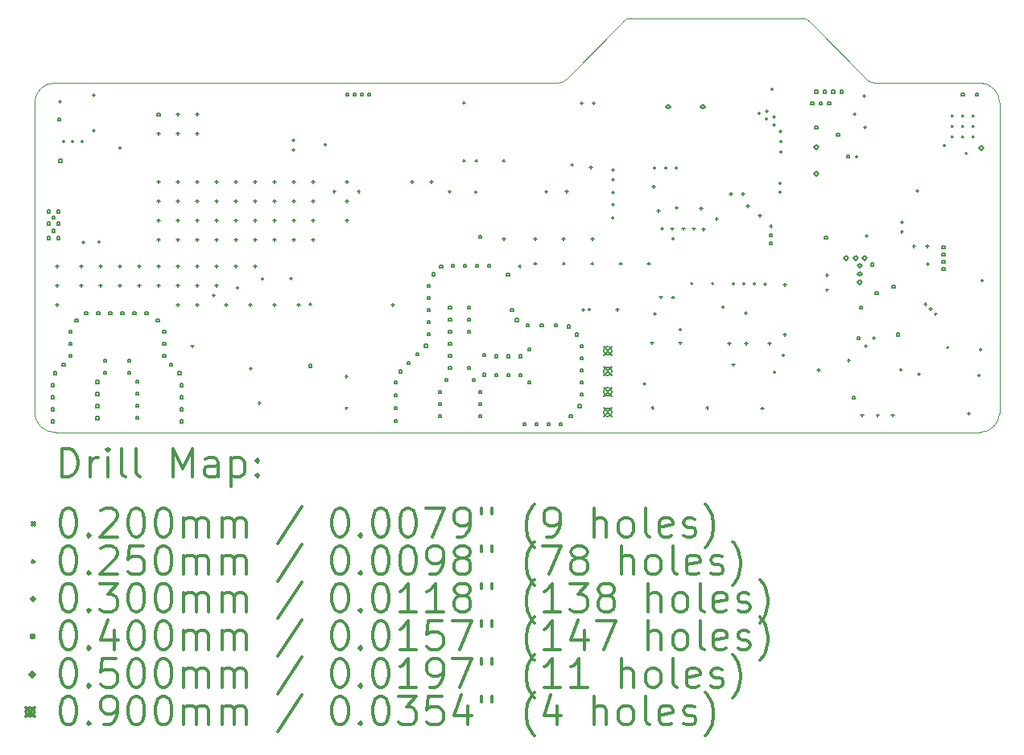
<source format=gbr>
%FSLAX45Y45*%
G04 Gerber Fmt 4.5, Leading zero omitted, Abs format (unit mm)*
G04 Created by KiCad (PCBNEW (5.1.10)-1) date 2022-02-22 01:12:00*
%MOMM*%
%LPD*%
G01*
G04 APERTURE LIST*
%TA.AperFunction,Profile*%
%ADD10C,0.050000*%
%TD*%
%ADD11C,0.200000*%
%ADD12C,0.300000*%
G04 APERTURE END LIST*
D10*
X14180820Y-2920000D02*
X15298058Y-2920000D01*
X14180820Y-2920102D02*
G75*
G02*
X14106000Y-2887000I0J101108D01*
G01*
X10936970Y-2888972D02*
G75*
G02*
X10864850Y-2920000I-72120J68302D01*
G01*
X11540515Y-2278120D02*
X10937000Y-2889000D01*
X13505180Y-2278132D02*
X14106000Y-2887000D01*
X11540515Y-2278120D02*
G75*
G02*
X11619230Y-2240000I78715J-62210D01*
G01*
X13426440Y-2240000D02*
G75*
G02*
X13505180Y-2278132I0J-100362D01*
G01*
X11619230Y-2240000D02*
X13426440Y-2240000D01*
X5573000Y-6600000D02*
G75*
G02*
X5350000Y-6392153I-10910J211847D01*
G01*
X5349963Y-3122928D02*
G75*
G02*
X5561855Y-2920000I211892J-9162D01*
G01*
X15298056Y-2920056D02*
G75*
G02*
X15500000Y-3132847I-10087J-211794D01*
G01*
X15499845Y-6400779D02*
G75*
G02*
X15288145Y-6600000I-211699J12869D01*
G01*
X5350000Y-6392153D02*
X5350000Y-3122930D01*
X15288145Y-6600000D02*
X5573000Y-6600000D01*
X15500000Y-3132847D02*
X15499845Y-6400779D01*
X5561855Y-2920000D02*
X10864850Y-2920000D01*
D11*
X14991900Y-3255000D02*
X15011900Y-3275000D01*
X15011900Y-3255000D02*
X14991900Y-3275000D01*
X14991900Y-3365000D02*
X15011900Y-3385000D01*
X15011900Y-3365000D02*
X14991900Y-3385000D01*
X14991900Y-3475000D02*
X15011900Y-3495000D01*
X15011900Y-3475000D02*
X14991900Y-3495000D01*
X15101900Y-3255000D02*
X15121900Y-3275000D01*
X15121900Y-3255000D02*
X15101900Y-3275000D01*
X15101900Y-3365000D02*
X15121900Y-3385000D01*
X15121900Y-3365000D02*
X15101900Y-3385000D01*
X15101900Y-3475000D02*
X15121900Y-3495000D01*
X15121900Y-3475000D02*
X15101900Y-3495000D01*
X15211900Y-3255000D02*
X15231900Y-3275000D01*
X15231900Y-3255000D02*
X15211900Y-3275000D01*
X15211900Y-3365000D02*
X15231900Y-3385000D01*
X15231900Y-3365000D02*
X15211900Y-3385000D01*
X15211900Y-3475000D02*
X15231900Y-3495000D01*
X15231900Y-3475000D02*
X15211900Y-3495000D01*
X5629850Y-3120250D02*
G75*
G03*
X5629850Y-3120250I-12500J0D01*
G01*
X5664000Y-3536951D02*
G75*
G03*
X5664000Y-3536951I-12500J0D01*
G01*
X5762500Y-3536950D02*
G75*
G03*
X5762500Y-3536950I-12500J0D01*
G01*
X5860850Y-3536951D02*
G75*
G03*
X5860850Y-3536951I-12500J0D01*
G01*
X5873550Y-4597400D02*
G75*
G03*
X5873550Y-4597400I-12500J0D01*
G01*
X5982500Y-3049000D02*
G75*
G03*
X5982500Y-3049000I-12500J0D01*
G01*
X5983900Y-3420250D02*
G75*
G03*
X5983900Y-3420250I-12500J0D01*
G01*
X6038650Y-4597400D02*
G75*
G03*
X6038650Y-4597400I-12500J0D01*
G01*
X6260900Y-3606800D02*
G75*
G03*
X6260900Y-3606800I-12500J0D01*
G01*
X7244500Y-5159000D02*
G75*
G03*
X7244500Y-5159000I-12500J0D01*
G01*
X7495220Y-5080000D02*
G75*
G03*
X7495220Y-5080000I-12500J0D01*
G01*
X7634140Y-5928360D02*
G75*
G03*
X7634140Y-5928360I-12500J0D01*
G01*
X7759380Y-4983480D02*
G75*
G03*
X7759380Y-4983480I-12500J0D01*
G01*
X8059100Y-4983480D02*
G75*
G03*
X8059100Y-4983480I-12500J0D01*
G01*
X8084500Y-3520440D02*
G75*
G03*
X8084500Y-3520440I-12500J0D01*
G01*
X8084500Y-3624580D02*
G75*
G03*
X8084500Y-3624580I-12500J0D01*
G01*
X8261500Y-5253000D02*
G75*
G03*
X8261500Y-5253000I-12500J0D01*
G01*
X8421260Y-3571240D02*
G75*
G03*
X8421260Y-3571240I-12500J0D01*
G01*
X9728000Y-4064000D02*
G75*
G03*
X9728000Y-4064000I-12500J0D01*
G01*
X10004720Y-4069080D02*
G75*
G03*
X10004720Y-4069080I-12500J0D01*
G01*
X10741320Y-4066540D02*
G75*
G03*
X10741320Y-4066540I-12500J0D01*
G01*
X11117380Y-3134360D02*
G75*
G03*
X11117380Y-3134360I-12500J0D01*
G01*
X11131350Y-5308600D02*
G75*
G03*
X11131350Y-5308600I-12500J0D01*
G01*
X11194850Y-5308600D02*
G75*
G03*
X11194850Y-5308600I-12500J0D01*
G01*
X11239300Y-3134360D02*
G75*
G03*
X11239300Y-3134360I-12500J0D01*
G01*
X11442500Y-4343400D02*
G75*
G03*
X11442500Y-4343400I-12500J0D01*
G01*
X11447580Y-4076700D02*
G75*
G03*
X11447580Y-4076700I-12500J0D01*
G01*
X11447580Y-4203700D02*
G75*
G03*
X11447580Y-4203700I-12500J0D01*
G01*
X11447580Y-3835400D02*
G75*
G03*
X11447580Y-3835400I-12500J0D01*
G01*
X11447580Y-3939540D02*
G75*
G03*
X11447580Y-3939540I-12500J0D01*
G01*
X11776559Y-6089059D02*
G75*
G03*
X11776559Y-6089059I-12500J0D01*
G01*
X11884460Y-3817620D02*
G75*
G03*
X11884460Y-3817620I-12500J0D01*
G01*
X11885679Y-5353099D02*
G75*
G03*
X11885679Y-5353099I-12500J0D01*
G01*
X11964500Y-4457000D02*
G75*
G03*
X11964500Y-4457000I-12500J0D01*
G01*
X12001300Y-3817620D02*
G75*
G03*
X12001300Y-3817620I-12500J0D01*
G01*
X12077500Y-4559300D02*
G75*
G03*
X12077500Y-4559300I-12500J0D01*
G01*
X12113060Y-4236720D02*
G75*
G03*
X12113060Y-4236720I-12500J0D01*
G01*
X12113060Y-3815080D02*
G75*
G03*
X12113060Y-3815080I-12500J0D01*
G01*
X12149636Y-5517896D02*
G75*
G03*
X12149636Y-5517896I-12500J0D01*
G01*
X12272500Y-5032500D02*
G75*
G03*
X12272500Y-5032500I-12500J0D01*
G01*
X12492500Y-5032500D02*
G75*
G03*
X12492500Y-5032500I-12500J0D01*
G01*
X12602500Y-5282500D02*
G75*
G03*
X12602500Y-5282500I-12500J0D01*
G01*
X12711484Y-5034280D02*
G75*
G03*
X12711484Y-5034280I-12500J0D01*
G01*
X12821212Y-5035296D02*
G75*
G03*
X12821212Y-5035296I-12500J0D01*
G01*
X12846104Y-5345176D02*
G75*
G03*
X12846104Y-5345176I-12500J0D01*
G01*
X12930000Y-5035000D02*
G75*
G03*
X12930000Y-5035000I-12500J0D01*
G01*
X12981740Y-3238500D02*
G75*
G03*
X12981740Y-3238500I-12500J0D01*
G01*
X13045000Y-5037500D02*
G75*
G03*
X13045000Y-5037500I-12500J0D01*
G01*
X13057939Y-3302000D02*
G75*
G03*
X13057939Y-3302000I-12500J0D01*
G01*
X13063020Y-3215640D02*
G75*
G03*
X13063020Y-3215640I-12500J0D01*
G01*
X13118900Y-2984500D02*
G75*
G03*
X13118900Y-2984500I-12500J0D01*
G01*
X13139220Y-3276600D02*
G75*
G03*
X13139220Y-3276600I-12500J0D01*
G01*
X13139220Y-3362960D02*
G75*
G03*
X13139220Y-3362960I-12500J0D01*
G01*
X13144299Y-5969000D02*
G75*
G03*
X13144299Y-5969000I-12500J0D01*
G01*
X13200180Y-3977640D02*
G75*
G03*
X13200180Y-3977640I-12500J0D01*
G01*
X13200180Y-4069080D02*
G75*
G03*
X13200180Y-4069080I-12500J0D01*
G01*
X13210340Y-3431540D02*
G75*
G03*
X13210340Y-3431540I-12500J0D01*
G01*
X13210340Y-3538220D02*
G75*
G03*
X13210340Y-3538220I-12500J0D01*
G01*
X13210340Y-3644900D02*
G75*
G03*
X13210340Y-3644900I-12500J0D01*
G01*
X13237772Y-5786628D02*
G75*
G03*
X13237772Y-5786628I-12500J0D01*
G01*
X14007900Y-3695700D02*
G75*
G03*
X14007900Y-3695700I-12500J0D01*
G01*
X14086180Y-3057700D02*
G75*
G03*
X14086180Y-3057700I-12500J0D01*
G01*
X14092400Y-3388700D02*
G75*
G03*
X14092400Y-3388700I-12500J0D01*
G01*
X14103800Y-5689600D02*
G75*
G03*
X14103800Y-5689600I-12500J0D01*
G01*
X14112500Y-4535000D02*
G75*
G03*
X14112500Y-4535000I-12500J0D01*
G01*
X14192700Y-5607050D02*
G75*
G03*
X14192700Y-5607050I-12500J0D01*
G01*
X14470000Y-5942499D02*
G75*
G03*
X14470000Y-5942499I-12500J0D01*
G01*
X14484150Y-4386580D02*
G75*
G03*
X14484150Y-4386580I-12500J0D01*
G01*
X14642900Y-4057650D02*
G75*
G03*
X14642900Y-4057650I-12500J0D01*
G01*
X14662500Y-5990000D02*
G75*
G03*
X14662500Y-5990000I-12500J0D01*
G01*
X14757200Y-4826000D02*
G75*
G03*
X14757200Y-4826000I-12500J0D01*
G01*
X14928151Y-3580651D02*
G75*
G03*
X14928151Y-3580651I-12500J0D01*
G01*
X14967500Y-5705000D02*
G75*
G03*
X14967500Y-5705000I-12500J0D01*
G01*
X15158500Y-3660000D02*
G75*
G03*
X15158500Y-3660000I-12500J0D01*
G01*
X15187500Y-6405000D02*
G75*
G03*
X15187500Y-6405000I-12500J0D01*
G01*
X15292500Y-6000000D02*
G75*
G03*
X15292500Y-6000000I-12500J0D01*
G01*
X15312500Y-5730000D02*
G75*
G03*
X15312500Y-5730000I-12500J0D01*
G01*
X15327500Y-5004200D02*
G75*
G03*
X15327500Y-5004200I-12500J0D01*
G01*
X5588000Y-4836400D02*
X5588000Y-4866400D01*
X5573000Y-4851400D02*
X5603000Y-4851400D01*
X5588000Y-5039600D02*
X5588000Y-5069600D01*
X5573000Y-5054600D02*
X5603000Y-5054600D01*
X5588000Y-5242800D02*
X5588000Y-5272800D01*
X5573000Y-5257800D02*
X5603000Y-5257800D01*
X5842000Y-4836400D02*
X5842000Y-4866400D01*
X5827000Y-4851400D02*
X5857000Y-4851400D01*
X5842000Y-5039600D02*
X5842000Y-5069600D01*
X5827000Y-5054600D02*
X5857000Y-5054600D01*
X6045200Y-4836400D02*
X6045200Y-4866400D01*
X6030200Y-4851400D02*
X6060200Y-4851400D01*
X6045200Y-5039600D02*
X6045200Y-5069600D01*
X6030200Y-5054600D02*
X6060200Y-5054600D01*
X6248400Y-4836400D02*
X6248400Y-4866400D01*
X6233400Y-4851400D02*
X6263400Y-4851400D01*
X6248400Y-5039600D02*
X6248400Y-5069600D01*
X6233400Y-5054600D02*
X6263400Y-5054600D01*
X6451600Y-4836400D02*
X6451600Y-4866400D01*
X6436600Y-4851400D02*
X6466600Y-4851400D01*
X6451600Y-5039600D02*
X6451600Y-5069600D01*
X6436600Y-5054600D02*
X6466600Y-5054600D01*
X6654800Y-3439400D02*
X6654800Y-3469400D01*
X6639800Y-3454400D02*
X6669800Y-3454400D01*
X6654800Y-3947400D02*
X6654800Y-3977400D01*
X6639800Y-3962400D02*
X6669800Y-3962400D01*
X6654800Y-4150600D02*
X6654800Y-4180600D01*
X6639800Y-4165600D02*
X6669800Y-4165600D01*
X6654800Y-4353800D02*
X6654800Y-4383800D01*
X6639800Y-4368800D02*
X6669800Y-4368800D01*
X6654800Y-4557000D02*
X6654800Y-4587000D01*
X6639800Y-4572000D02*
X6669800Y-4572000D01*
X6654800Y-4836400D02*
X6654800Y-4866400D01*
X6639800Y-4851400D02*
X6669800Y-4851400D01*
X6654800Y-5039600D02*
X6654800Y-5069600D01*
X6639800Y-5054600D02*
X6669800Y-5054600D01*
X6858000Y-3236200D02*
X6858000Y-3266200D01*
X6843000Y-3251200D02*
X6873000Y-3251200D01*
X6858000Y-3439400D02*
X6858000Y-3469400D01*
X6843000Y-3454400D02*
X6873000Y-3454400D01*
X6858000Y-3947400D02*
X6858000Y-3977400D01*
X6843000Y-3962400D02*
X6873000Y-3962400D01*
X6858000Y-4150600D02*
X6858000Y-4180600D01*
X6843000Y-4165600D02*
X6873000Y-4165600D01*
X6858000Y-4353800D02*
X6858000Y-4383800D01*
X6843000Y-4368800D02*
X6873000Y-4368800D01*
X6858000Y-4557000D02*
X6858000Y-4587000D01*
X6843000Y-4572000D02*
X6873000Y-4572000D01*
X6858000Y-4836400D02*
X6858000Y-4866400D01*
X6843000Y-4851400D02*
X6873000Y-4851400D01*
X6858000Y-5039600D02*
X6858000Y-5069600D01*
X6843000Y-5054600D02*
X6873000Y-5054600D01*
X6858000Y-5242800D02*
X6858000Y-5272800D01*
X6843000Y-5257800D02*
X6873000Y-5257800D01*
X7010000Y-5675000D02*
X7010000Y-5705000D01*
X6995000Y-5690000D02*
X7025000Y-5690000D01*
X7061200Y-3236200D02*
X7061200Y-3266200D01*
X7046200Y-3251200D02*
X7076200Y-3251200D01*
X7061200Y-3439400D02*
X7061200Y-3469400D01*
X7046200Y-3454400D02*
X7076200Y-3454400D01*
X7061200Y-3947400D02*
X7061200Y-3977400D01*
X7046200Y-3962400D02*
X7076200Y-3962400D01*
X7061200Y-4150600D02*
X7061200Y-4180600D01*
X7046200Y-4165600D02*
X7076200Y-4165600D01*
X7061200Y-4353800D02*
X7061200Y-4383800D01*
X7046200Y-4368800D02*
X7076200Y-4368800D01*
X7061200Y-4557000D02*
X7061200Y-4587000D01*
X7046200Y-4572000D02*
X7076200Y-4572000D01*
X7061200Y-4836400D02*
X7061200Y-4866400D01*
X7046200Y-4851400D02*
X7076200Y-4851400D01*
X7061200Y-5039600D02*
X7061200Y-5069600D01*
X7046200Y-5054600D02*
X7076200Y-5054600D01*
X7061200Y-5242800D02*
X7061200Y-5272800D01*
X7046200Y-5257800D02*
X7076200Y-5257800D01*
X7264400Y-3947400D02*
X7264400Y-3977400D01*
X7249400Y-3962400D02*
X7279400Y-3962400D01*
X7264400Y-4150600D02*
X7264400Y-4180600D01*
X7249400Y-4165600D02*
X7279400Y-4165600D01*
X7264400Y-4353800D02*
X7264400Y-4383800D01*
X7249400Y-4368800D02*
X7279400Y-4368800D01*
X7264400Y-4557000D02*
X7264400Y-4587000D01*
X7249400Y-4572000D02*
X7279400Y-4572000D01*
X7264400Y-4836400D02*
X7264400Y-4866400D01*
X7249400Y-4851400D02*
X7279400Y-4851400D01*
X7264400Y-5039600D02*
X7264400Y-5069600D01*
X7249400Y-5054600D02*
X7279400Y-5054600D01*
X7366000Y-5242800D02*
X7366000Y-5272800D01*
X7351000Y-5257800D02*
X7381000Y-5257800D01*
X7467600Y-3947400D02*
X7467600Y-3977400D01*
X7452600Y-3962400D02*
X7482600Y-3962400D01*
X7467600Y-4150600D02*
X7467600Y-4180600D01*
X7452600Y-4165600D02*
X7482600Y-4165600D01*
X7467600Y-4353800D02*
X7467600Y-4383800D01*
X7452600Y-4368800D02*
X7482600Y-4368800D01*
X7467600Y-4557000D02*
X7467600Y-4587000D01*
X7452600Y-4572000D02*
X7482600Y-4572000D01*
X7467600Y-4836400D02*
X7467600Y-4866400D01*
X7452600Y-4851400D02*
X7482600Y-4851400D01*
X7620000Y-5242800D02*
X7620000Y-5272800D01*
X7605000Y-5257800D02*
X7635000Y-5257800D01*
X7670800Y-3947400D02*
X7670800Y-3977400D01*
X7655800Y-3962400D02*
X7685800Y-3962400D01*
X7670800Y-4150600D02*
X7670800Y-4180600D01*
X7655800Y-4165600D02*
X7685800Y-4165600D01*
X7670800Y-4353800D02*
X7670800Y-4383800D01*
X7655800Y-4368800D02*
X7685800Y-4368800D01*
X7670800Y-4557000D02*
X7670800Y-4587000D01*
X7655800Y-4572000D02*
X7685800Y-4572000D01*
X7670800Y-4836400D02*
X7670800Y-4866400D01*
X7655800Y-4851400D02*
X7685800Y-4851400D01*
X7715250Y-6271500D02*
X7715250Y-6301500D01*
X7700250Y-6286500D02*
X7730250Y-6286500D01*
X7874000Y-3947400D02*
X7874000Y-3977400D01*
X7859000Y-3962400D02*
X7889000Y-3962400D01*
X7874000Y-4150600D02*
X7874000Y-4180600D01*
X7859000Y-4165600D02*
X7889000Y-4165600D01*
X7874000Y-4353800D02*
X7874000Y-4383800D01*
X7859000Y-4368800D02*
X7889000Y-4368800D01*
X7874000Y-4557000D02*
X7874000Y-4587000D01*
X7859000Y-4572000D02*
X7889000Y-4572000D01*
X7874000Y-5242800D02*
X7874000Y-5272800D01*
X7859000Y-5257800D02*
X7889000Y-5257800D01*
X8077200Y-3947400D02*
X8077200Y-3977400D01*
X8062200Y-3962400D02*
X8092200Y-3962400D01*
X8077200Y-4150600D02*
X8077200Y-4180600D01*
X8062200Y-4165600D02*
X8092200Y-4165600D01*
X8077200Y-4353800D02*
X8077200Y-4383800D01*
X8062200Y-4368800D02*
X8092200Y-4368800D01*
X8077200Y-4557000D02*
X8077200Y-4587000D01*
X8062200Y-4572000D02*
X8092200Y-4572000D01*
X8128000Y-5242800D02*
X8128000Y-5272800D01*
X8113000Y-5257800D02*
X8143000Y-5257800D01*
X8280400Y-3947400D02*
X8280400Y-3977400D01*
X8265400Y-3962400D02*
X8295400Y-3962400D01*
X8280400Y-4150600D02*
X8280400Y-4180600D01*
X8265400Y-4165600D02*
X8295400Y-4165600D01*
X8280400Y-4353800D02*
X8280400Y-4383800D01*
X8265400Y-4368800D02*
X8295400Y-4368800D01*
X8280400Y-4557000D02*
X8280400Y-4587000D01*
X8265400Y-4572000D02*
X8295400Y-4572000D01*
X8502000Y-4049000D02*
X8502000Y-4079000D01*
X8487000Y-4064000D02*
X8517000Y-4064000D01*
X8629650Y-5992100D02*
X8629650Y-6022100D01*
X8614650Y-6007100D02*
X8644650Y-6007100D01*
X8629650Y-6328650D02*
X8629650Y-6358650D01*
X8614650Y-6343650D02*
X8644650Y-6343650D01*
X8636000Y-3947400D02*
X8636000Y-3977400D01*
X8621000Y-3962400D02*
X8651000Y-3962400D01*
X8636000Y-4150600D02*
X8636000Y-4180600D01*
X8621000Y-4165600D02*
X8651000Y-4165600D01*
X8636000Y-4353800D02*
X8636000Y-4383800D01*
X8621000Y-4368800D02*
X8651000Y-4368800D01*
X8758000Y-4049000D02*
X8758000Y-4079000D01*
X8743000Y-4064000D02*
X8773000Y-4064000D01*
X9118600Y-5242800D02*
X9118600Y-5272800D01*
X9103600Y-5257800D02*
X9133600Y-5257800D01*
X9321800Y-3947400D02*
X9321800Y-3977400D01*
X9306800Y-3962400D02*
X9336800Y-3962400D01*
X9525000Y-3947400D02*
X9525000Y-3977400D01*
X9510000Y-3962400D02*
X9540000Y-3962400D01*
X9865000Y-3112500D02*
X9865000Y-3142500D01*
X9850000Y-3127500D02*
X9880000Y-3127500D01*
X9865000Y-3721340D02*
X9865000Y-3751340D01*
X9850000Y-3736340D02*
X9880000Y-3736340D01*
X9994640Y-3721340D02*
X9994640Y-3751340D01*
X9979640Y-3736340D02*
X10009640Y-3736340D01*
X10281920Y-3721340D02*
X10281920Y-3751340D01*
X10266920Y-3736340D02*
X10296920Y-3736340D01*
X10287000Y-4544300D02*
X10287000Y-4574300D01*
X10272000Y-4559300D02*
X10302000Y-4559300D01*
X10452100Y-4836400D02*
X10452100Y-4866400D01*
X10437100Y-4851400D02*
X10467100Y-4851400D01*
X10617200Y-4544300D02*
X10617200Y-4574300D01*
X10602200Y-4559300D02*
X10632200Y-4559300D01*
X10617200Y-4805920D02*
X10617200Y-4835920D01*
X10602200Y-4820920D02*
X10632200Y-4820920D01*
X10911700Y-4544300D02*
X10911700Y-4574300D01*
X10896700Y-4559300D02*
X10926700Y-4559300D01*
X10915650Y-4805920D02*
X10915650Y-4835920D01*
X10900650Y-4820920D02*
X10930650Y-4820920D01*
X10947400Y-4049000D02*
X10947400Y-4079000D01*
X10932400Y-4064000D02*
X10962400Y-4064000D01*
X11002820Y-3764980D02*
X11002820Y-3794980D01*
X10987820Y-3779980D02*
X11017820Y-3779980D01*
X11201400Y-3795000D02*
X11201400Y-3825000D01*
X11186400Y-3810000D02*
X11216400Y-3810000D01*
X11214100Y-4805920D02*
X11214100Y-4835920D01*
X11199100Y-4820920D02*
X11229100Y-4820920D01*
X11216500Y-4544300D02*
X11216500Y-4574300D01*
X11201500Y-4559300D02*
X11231500Y-4559300D01*
X11480800Y-5293600D02*
X11480800Y-5323600D01*
X11465800Y-5308600D02*
X11495800Y-5308600D01*
X11512550Y-4805920D02*
X11512550Y-4835920D01*
X11497550Y-4820920D02*
X11527550Y-4820920D01*
X11811000Y-4805920D02*
X11811000Y-4835920D01*
X11796000Y-4820920D02*
X11826000Y-4820920D01*
X11842750Y-5642850D02*
X11842750Y-5672850D01*
X11827750Y-5657850D02*
X11857750Y-5657850D01*
X11849100Y-6322300D02*
X11849100Y-6352300D01*
X11834100Y-6337300D02*
X11864100Y-6337300D01*
X11861800Y-3998200D02*
X11861800Y-4028200D01*
X11846800Y-4013200D02*
X11876800Y-4013200D01*
X11912600Y-4252200D02*
X11912600Y-4282200D01*
X11897600Y-4267200D02*
X11927600Y-4267200D01*
X11938000Y-5160250D02*
X11938000Y-5190250D01*
X11923000Y-5175250D02*
X11953000Y-5175250D01*
X12057380Y-4440160D02*
X12057380Y-4470160D01*
X12042380Y-4455160D02*
X12072380Y-4455160D01*
X12064200Y-5161520D02*
X12064200Y-5191520D01*
X12049200Y-5176520D02*
X12079200Y-5176520D01*
X12141200Y-5642850D02*
X12141200Y-5672850D01*
X12126200Y-5657850D02*
X12156200Y-5657850D01*
X12174220Y-4440160D02*
X12174220Y-4470160D01*
X12159220Y-4455160D02*
X12189220Y-4455160D01*
X12285980Y-4440160D02*
X12285980Y-4470160D01*
X12270980Y-4455160D02*
X12300980Y-4455160D01*
X12362180Y-4224260D02*
X12362180Y-4254260D01*
X12347180Y-4239260D02*
X12377180Y-4239260D01*
X12385040Y-4442700D02*
X12385040Y-4472700D01*
X12370040Y-4457700D02*
X12400040Y-4457700D01*
X12424880Y-6324840D02*
X12424880Y-6354840D01*
X12409880Y-6339840D02*
X12439880Y-6339840D01*
X12524740Y-4336020D02*
X12524740Y-4366020D01*
X12509740Y-4351020D02*
X12539740Y-4351020D01*
X12655550Y-5649200D02*
X12655550Y-5679200D01*
X12640550Y-5664200D02*
X12670550Y-5664200D01*
X12674600Y-4074400D02*
X12674600Y-4104400D01*
X12659600Y-4089400D02*
X12689600Y-4089400D01*
X12700000Y-5871450D02*
X12700000Y-5901450D01*
X12685000Y-5886450D02*
X12715000Y-5886450D01*
X12801600Y-4074400D02*
X12801600Y-4104400D01*
X12786600Y-4089400D02*
X12816600Y-4089400D01*
X12833350Y-5649200D02*
X12833350Y-5679200D01*
X12818350Y-5664200D02*
X12848350Y-5664200D01*
X12852400Y-4201400D02*
X12852400Y-4231400D01*
X12837400Y-4216400D02*
X12867400Y-4216400D01*
X12979400Y-4303000D02*
X12979400Y-4333000D01*
X12964400Y-4318000D02*
X12994400Y-4318000D01*
X13004000Y-6329920D02*
X13004000Y-6359920D01*
X12989000Y-6344920D02*
X13019000Y-6344920D01*
X13081000Y-5649200D02*
X13081000Y-5679200D01*
X13066000Y-5664200D02*
X13096000Y-5664200D01*
X13093700Y-4410950D02*
X13093700Y-4440950D01*
X13078700Y-4425950D02*
X13108700Y-4425950D01*
X13239750Y-5026900D02*
X13239750Y-5056900D01*
X13224750Y-5041900D02*
X13254750Y-5041900D01*
X13239750Y-5553950D02*
X13239750Y-5583950D01*
X13224750Y-5568950D02*
X13254750Y-5568950D01*
X13595350Y-5928600D02*
X13595350Y-5958600D01*
X13580350Y-5943600D02*
X13610350Y-5943600D01*
X13684250Y-4925300D02*
X13684250Y-4955300D01*
X13669250Y-4940300D02*
X13699250Y-4940300D01*
X13684250Y-5084050D02*
X13684250Y-5114050D01*
X13669250Y-5099050D02*
X13699250Y-5099050D01*
X13912850Y-5827000D02*
X13912850Y-5857000D01*
X13897850Y-5842000D02*
X13927850Y-5842000D01*
X13975000Y-3230000D02*
X13975000Y-3260000D01*
X13960000Y-3245000D02*
X13990000Y-3245000D01*
X14052550Y-6404850D02*
X14052550Y-6434850D01*
X14037550Y-6419850D02*
X14067550Y-6419850D01*
X14217650Y-6404850D02*
X14217650Y-6434850D01*
X14202650Y-6419850D02*
X14232650Y-6419850D01*
X14376400Y-6404850D02*
X14376400Y-6434850D01*
X14361400Y-6419850D02*
X14391400Y-6419850D01*
X14471650Y-4468100D02*
X14471650Y-4498100D01*
X14456650Y-4483100D02*
X14486650Y-4483100D01*
X14598650Y-4620500D02*
X14598650Y-4650500D01*
X14583650Y-4635500D02*
X14613650Y-4635500D01*
X14720000Y-5230100D02*
X14720000Y-5260100D01*
X14705000Y-5245100D02*
X14735000Y-5245100D01*
X14738350Y-4620500D02*
X14738350Y-4650500D01*
X14723350Y-4635500D02*
X14753350Y-4635500D01*
X14772450Y-5282550D02*
X14772450Y-5312550D01*
X14757450Y-5297550D02*
X14787450Y-5297550D01*
X14827450Y-5337550D02*
X14827450Y-5367550D01*
X14812450Y-5352550D02*
X14842450Y-5352550D01*
X5513242Y-4287692D02*
X5513242Y-4259408D01*
X5484958Y-4259408D01*
X5484958Y-4287692D01*
X5513242Y-4287692D01*
X5513242Y-4414692D02*
X5513242Y-4386408D01*
X5484958Y-4386408D01*
X5484958Y-4414692D01*
X5513242Y-4414692D01*
X5513242Y-4567092D02*
X5513242Y-4538808D01*
X5484958Y-4538808D01*
X5484958Y-4567092D01*
X5513242Y-4567092D01*
X5555794Y-6116492D02*
X5555794Y-6088208D01*
X5527510Y-6088208D01*
X5527510Y-6116492D01*
X5555794Y-6116492D01*
X5555794Y-6243492D02*
X5555794Y-6215208D01*
X5527510Y-6215208D01*
X5527510Y-6243492D01*
X5555794Y-6243492D01*
X5555794Y-6370492D02*
X5555794Y-6342208D01*
X5527510Y-6342208D01*
X5527510Y-6370492D01*
X5555794Y-6370492D01*
X5555794Y-6497492D02*
X5555794Y-6469208D01*
X5527510Y-6469208D01*
X5527510Y-6497492D01*
X5555794Y-6497492D01*
X5564042Y-4351192D02*
X5564042Y-4322908D01*
X5535758Y-4322908D01*
X5535758Y-4351192D01*
X5564042Y-4351192D01*
X5564042Y-4490892D02*
X5564042Y-4462608D01*
X5535758Y-4462608D01*
X5535758Y-4490892D01*
X5564042Y-4490892D01*
X5579924Y-5988222D02*
X5579924Y-5959938D01*
X5551640Y-5959938D01*
X5551640Y-5988222D01*
X5579924Y-5988222D01*
X5614842Y-4287692D02*
X5614842Y-4259408D01*
X5586558Y-4259408D01*
X5586558Y-4287692D01*
X5614842Y-4287692D01*
X5614842Y-4414692D02*
X5614842Y-4386408D01*
X5586558Y-4386408D01*
X5586558Y-4414692D01*
X5614842Y-4414692D01*
X5614842Y-4567092D02*
X5614842Y-4538808D01*
X5586558Y-4538808D01*
X5586558Y-4567092D01*
X5614842Y-4567092D01*
X5621192Y-3316142D02*
X5621192Y-3287858D01*
X5592908Y-3287858D01*
X5592908Y-3316142D01*
X5621192Y-3316142D01*
X5633892Y-3754292D02*
X5633892Y-3726008D01*
X5605608Y-3726008D01*
X5605608Y-3754292D01*
X5633892Y-3754292D01*
X5670094Y-5900592D02*
X5670094Y-5872308D01*
X5641810Y-5872308D01*
X5641810Y-5900592D01*
X5670094Y-5900592D01*
X5739944Y-5551342D02*
X5739944Y-5523058D01*
X5711660Y-5523058D01*
X5711660Y-5551342D01*
X5739944Y-5551342D01*
X5739944Y-5678342D02*
X5739944Y-5650058D01*
X5711660Y-5650058D01*
X5711660Y-5678342D01*
X5739944Y-5678342D01*
X5739944Y-5805342D02*
X5739944Y-5777058D01*
X5711660Y-5777058D01*
X5711660Y-5805342D01*
X5739944Y-5805342D01*
X5803444Y-5437042D02*
X5803444Y-5408758D01*
X5775160Y-5408758D01*
X5775160Y-5437042D01*
X5803444Y-5437042D01*
X5905044Y-5360842D02*
X5905044Y-5332558D01*
X5876760Y-5332558D01*
X5876760Y-5360842D01*
X5905044Y-5360842D01*
X6023662Y-6082202D02*
X6023662Y-6053918D01*
X5995378Y-6053918D01*
X5995378Y-6082202D01*
X6023662Y-6082202D01*
X6023662Y-6209202D02*
X6023662Y-6180918D01*
X5995378Y-6180918D01*
X5995378Y-6209202D01*
X6023662Y-6209202D01*
X6023662Y-6336202D02*
X6023662Y-6307918D01*
X5995378Y-6307918D01*
X5995378Y-6336202D01*
X6023662Y-6336202D01*
X6023662Y-6463202D02*
X6023662Y-6434918D01*
X5995378Y-6434918D01*
X5995378Y-6463202D01*
X6023662Y-6463202D01*
X6032400Y-5360842D02*
X6032400Y-5332558D01*
X6004115Y-5332558D01*
X6004115Y-5360842D01*
X6032400Y-5360842D01*
X6107482Y-5858682D02*
X6107482Y-5830398D01*
X6079198Y-5830398D01*
X6079198Y-5858682D01*
X6107482Y-5858682D01*
X6107482Y-5985682D02*
X6107482Y-5957398D01*
X6079198Y-5957398D01*
X6079198Y-5985682D01*
X6107482Y-5985682D01*
X6159755Y-5360842D02*
X6159755Y-5332558D01*
X6131471Y-5332558D01*
X6131471Y-5360842D01*
X6159755Y-5360842D01*
X6287111Y-5360842D02*
X6287111Y-5332558D01*
X6258826Y-5332558D01*
X6258826Y-5360842D01*
X6287111Y-5360842D01*
X6361482Y-5857412D02*
X6361482Y-5829128D01*
X6333198Y-5829128D01*
X6333198Y-5857412D01*
X6361482Y-5857412D01*
X6361482Y-5984412D02*
X6361482Y-5956128D01*
X6333198Y-5956128D01*
X6333198Y-5984412D01*
X6361482Y-5984412D01*
X6414467Y-5360842D02*
X6414467Y-5332558D01*
X6386182Y-5332558D01*
X6386182Y-5360842D01*
X6414467Y-5360842D01*
X6445302Y-6080932D02*
X6445302Y-6052648D01*
X6417018Y-6052648D01*
X6417018Y-6080932D01*
X6445302Y-6080932D01*
X6445302Y-6207932D02*
X6445302Y-6179648D01*
X6417018Y-6179648D01*
X6417018Y-6207932D01*
X6445302Y-6207932D01*
X6445302Y-6334932D02*
X6445302Y-6306648D01*
X6417018Y-6306648D01*
X6417018Y-6334932D01*
X6445302Y-6334932D01*
X6445302Y-6461932D02*
X6445302Y-6433648D01*
X6417018Y-6433648D01*
X6417018Y-6461932D01*
X6445302Y-6461932D01*
X6541822Y-5360842D02*
X6541822Y-5332558D01*
X6513538Y-5332558D01*
X6513538Y-5360842D01*
X6541822Y-5360842D01*
X6658662Y-5434502D02*
X6658662Y-5406218D01*
X6630378Y-5406218D01*
X6630378Y-5434502D01*
X6658662Y-5434502D01*
X6668942Y-3265342D02*
X6668942Y-3237058D01*
X6640658Y-3237058D01*
X6640658Y-3265342D01*
X6668942Y-3265342D01*
X6727242Y-5551342D02*
X6727242Y-5523058D01*
X6698958Y-5523058D01*
X6698958Y-5551342D01*
X6727242Y-5551342D01*
X6727242Y-5678342D02*
X6727242Y-5650058D01*
X6698958Y-5650058D01*
X6698958Y-5678342D01*
X6727242Y-5678342D01*
X6727242Y-5805342D02*
X6727242Y-5777058D01*
X6698958Y-5777058D01*
X6698958Y-5805342D01*
X6727242Y-5805342D01*
X6797092Y-5900592D02*
X6797092Y-5872308D01*
X6768808Y-5872308D01*
X6768808Y-5900592D01*
X6797092Y-5900592D01*
X6887262Y-5988222D02*
X6887262Y-5959938D01*
X6858978Y-5959938D01*
X6858978Y-5988222D01*
X6887262Y-5988222D01*
X6911392Y-6116492D02*
X6911392Y-6088208D01*
X6883108Y-6088208D01*
X6883108Y-6116492D01*
X6911392Y-6116492D01*
X6911392Y-6243492D02*
X6911392Y-6215208D01*
X6883108Y-6215208D01*
X6883108Y-6243492D01*
X6911392Y-6243492D01*
X6911392Y-6370492D02*
X6911392Y-6342208D01*
X6883108Y-6342208D01*
X6883108Y-6370492D01*
X6911392Y-6370492D01*
X6911392Y-6497492D02*
X6911392Y-6469208D01*
X6883108Y-6469208D01*
X6883108Y-6497492D01*
X6911392Y-6497492D01*
X8264142Y-5914142D02*
X8264142Y-5885858D01*
X8235858Y-5885858D01*
X8235858Y-5914142D01*
X8264142Y-5914142D01*
X8651872Y-3055792D02*
X8651872Y-3027507D01*
X8623588Y-3027507D01*
X8623588Y-3055792D01*
X8651872Y-3055792D01*
X8727879Y-3055792D02*
X8727879Y-3027507D01*
X8699594Y-3027507D01*
X8699594Y-3055792D01*
X8727879Y-3055792D01*
X8803886Y-3055792D02*
X8803886Y-3027507D01*
X8775601Y-3027507D01*
X8775601Y-3055792D01*
X8803886Y-3055792D01*
X8879892Y-3055792D02*
X8879892Y-3027507D01*
X8851608Y-3027507D01*
X8851608Y-3055792D01*
X8879892Y-3055792D01*
X9159526Y-6089695D02*
X9159526Y-6061411D01*
X9131242Y-6061411D01*
X9131242Y-6089695D01*
X9159526Y-6089695D01*
X9159526Y-6224696D02*
X9159526Y-6196412D01*
X9131242Y-6196412D01*
X9131242Y-6224696D01*
X9159526Y-6224696D01*
X9159526Y-6359697D02*
X9159526Y-6331413D01*
X9131242Y-6331413D01*
X9131242Y-6359697D01*
X9159526Y-6359697D01*
X9159526Y-6494698D02*
X9159526Y-6466414D01*
X9131242Y-6466414D01*
X9131242Y-6494698D01*
X9159526Y-6494698D01*
X9210326Y-5972220D02*
X9210326Y-5943936D01*
X9182042Y-5943936D01*
X9182042Y-5972220D01*
X9210326Y-5972220D01*
X9299480Y-5882812D02*
X9299480Y-5854528D01*
X9271196Y-5854528D01*
X9271196Y-5882812D01*
X9299480Y-5882812D01*
X9389904Y-5792134D02*
X9389904Y-5763850D01*
X9361620Y-5763850D01*
X9361620Y-5792134D01*
X9389904Y-5792134D01*
X9479820Y-5702472D02*
X9479820Y-5674188D01*
X9451536Y-5674188D01*
X9451536Y-5702472D01*
X9479820Y-5702472D01*
X9508776Y-5071790D02*
X9508776Y-5043506D01*
X9480492Y-5043506D01*
X9480492Y-5071790D01*
X9508776Y-5071790D01*
X9508776Y-5198790D02*
X9508776Y-5170506D01*
X9480492Y-5170506D01*
X9480492Y-5198790D01*
X9508776Y-5198790D01*
X9508776Y-5325790D02*
X9508776Y-5297506D01*
X9480492Y-5297506D01*
X9480492Y-5325790D01*
X9508776Y-5325790D01*
X9508776Y-5452790D02*
X9508776Y-5424506D01*
X9480492Y-5424506D01*
X9480492Y-5452790D01*
X9508776Y-5452790D01*
X9508776Y-5579790D02*
X9508776Y-5551506D01*
X9480492Y-5551506D01*
X9480492Y-5579790D01*
X9508776Y-5579790D01*
X9557290Y-4947838D02*
X9557290Y-4919554D01*
X9529006Y-4919554D01*
X9529006Y-4947838D01*
X9557290Y-4947838D01*
X9624346Y-6443914D02*
X9624346Y-6415630D01*
X9596062Y-6415630D01*
X9596062Y-6443914D01*
X9624346Y-6443914D01*
X9625108Y-6189914D02*
X9625108Y-6161630D01*
X9596824Y-6161630D01*
X9596824Y-6189914D01*
X9625108Y-6189914D01*
X9625108Y-6316914D02*
X9625108Y-6288630D01*
X9596824Y-6288630D01*
X9596824Y-6316914D01*
X9625108Y-6316914D01*
X9640348Y-4866050D02*
X9640348Y-4837766D01*
X9612064Y-4837766D01*
X9612064Y-4866050D01*
X9640348Y-4866050D01*
X9692164Y-6063406D02*
X9692164Y-6035122D01*
X9663880Y-6035122D01*
X9663880Y-6063406D01*
X9692164Y-6063406D01*
X9732804Y-5301406D02*
X9732804Y-5273122D01*
X9704520Y-5273122D01*
X9704520Y-5301406D01*
X9732804Y-5301406D01*
X9732804Y-5428406D02*
X9732804Y-5400122D01*
X9704520Y-5400122D01*
X9704520Y-5428406D01*
X9732804Y-5428406D01*
X9732804Y-5555406D02*
X9732804Y-5527122D01*
X9704520Y-5527122D01*
X9704520Y-5555406D01*
X9732804Y-5555406D01*
X9732804Y-5682406D02*
X9732804Y-5654122D01*
X9704520Y-5654122D01*
X9704520Y-5682406D01*
X9732804Y-5682406D01*
X9732804Y-5809406D02*
X9732804Y-5781122D01*
X9704520Y-5781122D01*
X9704520Y-5809406D01*
X9732804Y-5809406D01*
X9732804Y-5936406D02*
X9732804Y-5908122D01*
X9704520Y-5908122D01*
X9704520Y-5936406D01*
X9732804Y-5936406D01*
X9760490Y-4859446D02*
X9760490Y-4831162D01*
X9732206Y-4831162D01*
X9732206Y-4859446D01*
X9760490Y-4859446D01*
X9887236Y-4859446D02*
X9887236Y-4831162D01*
X9858952Y-4831162D01*
X9858952Y-4859446D01*
X9887236Y-4859446D01*
X9932702Y-5936406D02*
X9932702Y-5908122D01*
X9904418Y-5908122D01*
X9904418Y-5936406D01*
X9932702Y-5936406D01*
X9933210Y-5301660D02*
X9933210Y-5273376D01*
X9904926Y-5273376D01*
X9904926Y-5301660D01*
X9933210Y-5301660D01*
X9933210Y-5428660D02*
X9933210Y-5400376D01*
X9904926Y-5400376D01*
X9904926Y-5428660D01*
X9933210Y-5428660D01*
X9933210Y-5555660D02*
X9933210Y-5527376D01*
X9904926Y-5527376D01*
X9904926Y-5555660D01*
X9933210Y-5555660D01*
X9980962Y-6062898D02*
X9980962Y-6034614D01*
X9952678Y-6034614D01*
X9952678Y-6062898D01*
X9980962Y-6062898D01*
X10014236Y-4859446D02*
X10014236Y-4831162D01*
X9985952Y-4831162D01*
X9985952Y-4859446D01*
X10014236Y-4859446D01*
X10050050Y-6190152D02*
X10050050Y-6161868D01*
X10021766Y-6161868D01*
X10021766Y-6190152D01*
X10050050Y-6190152D01*
X10050050Y-6317152D02*
X10050050Y-6288868D01*
X10021766Y-6288868D01*
X10021766Y-6317152D01*
X10050050Y-6317152D01*
X10050050Y-6444152D02*
X10050050Y-6415868D01*
X10021766Y-6415868D01*
X10021766Y-6444152D01*
X10050050Y-6444152D01*
X10052082Y-4555662D02*
X10052082Y-4527378D01*
X10023798Y-4527378D01*
X10023798Y-4555662D01*
X10052082Y-4555662D01*
X10090944Y-5797722D02*
X10090944Y-5769438D01*
X10062660Y-5769438D01*
X10062660Y-5797722D01*
X10090944Y-5797722D01*
X10091960Y-6006764D02*
X10091960Y-5978480D01*
X10063676Y-5978480D01*
X10063676Y-6006764D01*
X10091960Y-6006764D01*
X10141236Y-4859446D02*
X10141236Y-4831162D01*
X10112952Y-4831162D01*
X10112952Y-4859446D01*
X10141236Y-4859446D01*
X10218198Y-5812200D02*
X10218198Y-5783916D01*
X10189914Y-5783916D01*
X10189914Y-5812200D01*
X10218198Y-5812200D01*
X10219214Y-6012860D02*
X10219214Y-5984576D01*
X10190930Y-5984576D01*
X10190930Y-6012860D01*
X10219214Y-6012860D01*
X10341642Y-4954442D02*
X10341642Y-4926158D01*
X10313358Y-4926158D01*
X10313358Y-4954442D01*
X10341642Y-4954442D01*
X10344944Y-5812200D02*
X10344944Y-5783916D01*
X10316660Y-5783916D01*
X10316660Y-5812200D01*
X10344944Y-5812200D01*
X10346214Y-6012860D02*
X10346214Y-5984576D01*
X10317930Y-5984576D01*
X10317930Y-6012860D01*
X10346214Y-6012860D01*
X10384822Y-5325282D02*
X10384822Y-5296998D01*
X10356538Y-5296998D01*
X10356538Y-5325282D01*
X10384822Y-5325282D01*
X10436638Y-5431962D02*
X10436638Y-5403678D01*
X10408354Y-5403678D01*
X10408354Y-5431962D01*
X10436638Y-5431962D01*
X10472198Y-5812200D02*
X10472198Y-5783916D01*
X10443914Y-5783916D01*
X10443914Y-5812200D01*
X10472198Y-5812200D01*
X10473214Y-6012860D02*
X10473214Y-5984576D01*
X10444930Y-5984576D01*
X10444930Y-6012860D01*
X10473214Y-6012860D01*
X10516394Y-6527972D02*
X10516394Y-6499688D01*
X10488110Y-6499688D01*
X10488110Y-6527972D01*
X10516394Y-6527972D01*
X10552547Y-5483778D02*
X10552547Y-5455494D01*
X10524262Y-5455494D01*
X10524262Y-5483778D01*
X10552547Y-5483778D01*
X10566686Y-5740572D02*
X10566686Y-5712288D01*
X10538402Y-5712288D01*
X10538402Y-5740572D01*
X10566686Y-5740572D01*
X10567194Y-6089060D02*
X10567194Y-6060776D01*
X10538910Y-6060776D01*
X10538910Y-6089060D01*
X10567194Y-6089060D01*
X10643394Y-6527972D02*
X10643394Y-6499688D01*
X10615110Y-6499688D01*
X10615110Y-6527972D01*
X10643394Y-6527972D01*
X10699020Y-5483778D02*
X10699020Y-5455494D01*
X10670736Y-5455494D01*
X10670736Y-5483778D01*
X10699020Y-5483778D01*
X10770394Y-6527972D02*
X10770394Y-6499688D01*
X10742110Y-6499688D01*
X10742110Y-6527972D01*
X10770394Y-6527972D01*
X10845494Y-5483778D02*
X10845494Y-5455494D01*
X10817209Y-5455494D01*
X10817209Y-5483778D01*
X10845494Y-5483778D01*
X10897394Y-6527972D02*
X10897394Y-6499688D01*
X10869110Y-6499688D01*
X10869110Y-6527972D01*
X10897394Y-6527972D01*
X10982992Y-5498510D02*
X10982992Y-5470226D01*
X10954708Y-5470226D01*
X10954708Y-5498510D01*
X10982992Y-5498510D01*
X11002042Y-6442882D02*
X11002042Y-6414598D01*
X10973758Y-6414598D01*
X10973758Y-6442882D01*
X11002042Y-6442882D01*
X11068590Y-5584362D02*
X11068590Y-5556078D01*
X11040306Y-5556078D01*
X11040306Y-5584362D01*
X11068590Y-5584362D01*
X11096784Y-6337726D02*
X11096784Y-6309442D01*
X11068500Y-6309442D01*
X11068500Y-6337726D01*
X11096784Y-6337726D01*
X11118882Y-5703234D02*
X11118882Y-5674950D01*
X11090598Y-5674950D01*
X11090598Y-5703234D01*
X11118882Y-5703234D01*
X11118882Y-5830234D02*
X11118882Y-5801950D01*
X11090598Y-5801950D01*
X11090598Y-5830234D01*
X11118882Y-5830234D01*
X11118882Y-5957234D02*
X11118882Y-5928950D01*
X11090598Y-5928950D01*
X11090598Y-5957234D01*
X11118882Y-5957234D01*
X11118882Y-6084234D02*
X11118882Y-6055950D01*
X11090598Y-6055950D01*
X11090598Y-6084234D01*
X11118882Y-6084234D01*
X11118882Y-6211234D02*
X11118882Y-6182950D01*
X11090598Y-6182950D01*
X11090598Y-6211234D01*
X11118882Y-6211234D01*
X13107842Y-4535342D02*
X13107842Y-4507058D01*
X13079558Y-4507058D01*
X13079558Y-4535342D01*
X13107842Y-4535342D01*
X13107842Y-4624242D02*
X13107842Y-4595958D01*
X13079558Y-4595958D01*
X13079558Y-4624242D01*
X13107842Y-4624242D01*
X13542182Y-3151042D02*
X13542182Y-3122758D01*
X13513898Y-3122758D01*
X13513898Y-3151042D01*
X13542182Y-3151042D01*
X13584092Y-3405042D02*
X13584092Y-3376758D01*
X13555808Y-3376758D01*
X13555808Y-3405042D01*
X13584092Y-3405042D01*
X13585362Y-3026582D02*
X13585362Y-2998298D01*
X13557078Y-2998298D01*
X13557078Y-3026582D01*
X13585362Y-3026582D01*
X13631082Y-3151042D02*
X13631082Y-3122758D01*
X13602798Y-3122758D01*
X13602798Y-3151042D01*
X13631082Y-3151042D01*
X13674262Y-3026582D02*
X13674262Y-2998298D01*
X13645978Y-2998298D01*
X13645978Y-3026582D01*
X13674262Y-3026582D01*
X13685692Y-4560742D02*
X13685692Y-4532458D01*
X13657408Y-4532458D01*
X13657408Y-4560742D01*
X13685692Y-4560742D01*
X13719982Y-3151042D02*
X13719982Y-3122758D01*
X13691698Y-3122758D01*
X13691698Y-3151042D01*
X13719982Y-3151042D01*
X13763162Y-3026582D02*
X13763162Y-2998298D01*
X13734878Y-2998298D01*
X13734878Y-3026582D01*
X13763162Y-3026582D01*
X13812692Y-3481242D02*
X13812692Y-3452958D01*
X13784408Y-3452958D01*
X13784408Y-3481242D01*
X13812692Y-3481242D01*
X13852062Y-3026582D02*
X13852062Y-2998298D01*
X13823778Y-2998298D01*
X13823778Y-3026582D01*
X13852062Y-3026582D01*
X13920642Y-3709842D02*
X13920642Y-3681558D01*
X13892358Y-3681558D01*
X13892358Y-3709842D01*
X13920642Y-3709842D01*
X13979142Y-6249142D02*
X13979142Y-6220858D01*
X13950858Y-6220858D01*
X13950858Y-6249142D01*
X13979142Y-6249142D01*
X14029243Y-5621192D02*
X14029243Y-5592908D01*
X14000958Y-5592908D01*
X14000958Y-5621192D01*
X14029243Y-5621192D01*
X14057492Y-5299572D02*
X14057492Y-5271288D01*
X14029208Y-5271288D01*
X14029208Y-5299572D01*
X14057492Y-5299572D01*
X14174642Y-4846492D02*
X14174642Y-4818208D01*
X14146358Y-4818208D01*
X14146358Y-4846492D01*
X14174642Y-4846492D01*
X14219092Y-5144942D02*
X14219092Y-5116658D01*
X14190808Y-5116658D01*
X14190808Y-5144942D01*
X14219092Y-5144942D01*
X14396892Y-5081442D02*
X14396892Y-5053158D01*
X14368608Y-5053158D01*
X14368608Y-5081442D01*
X14396892Y-5081442D01*
X14443882Y-5582838D02*
X14443882Y-5554554D01*
X14415598Y-5554554D01*
X14415598Y-5582838D01*
X14443882Y-5582838D01*
X14923942Y-4662342D02*
X14923942Y-4634058D01*
X14895658Y-4634058D01*
X14895658Y-4662342D01*
X14923942Y-4662342D01*
X14923942Y-4738542D02*
X14923942Y-4710258D01*
X14895658Y-4710258D01*
X14895658Y-4738542D01*
X14923942Y-4738542D01*
X14923942Y-4814742D02*
X14923942Y-4786458D01*
X14895658Y-4786458D01*
X14895658Y-4814742D01*
X14923942Y-4814742D01*
X14923942Y-4890942D02*
X14923942Y-4862658D01*
X14895658Y-4862658D01*
X14895658Y-4890942D01*
X14923942Y-4890942D01*
X15127142Y-3055792D02*
X15127142Y-3027508D01*
X15098858Y-3027508D01*
X15098858Y-3055792D01*
X15127142Y-3055792D01*
X15273192Y-3055792D02*
X15273192Y-3027508D01*
X15244908Y-3027508D01*
X15244908Y-3055792D01*
X15273192Y-3055792D01*
X12016232Y-3193904D02*
X12041232Y-3168904D01*
X12016232Y-3143904D01*
X11991232Y-3168904D01*
X12016232Y-3193904D01*
X12379452Y-3193904D02*
X12404452Y-3168904D01*
X12379452Y-3143904D01*
X12354452Y-3168904D01*
X12379452Y-3193904D01*
X13573760Y-3624180D02*
X13598760Y-3599180D01*
X13573760Y-3574180D01*
X13548760Y-3599180D01*
X13573760Y-3624180D01*
X13573760Y-3898500D02*
X13598760Y-3873500D01*
X13573760Y-3848500D01*
X13548760Y-3873500D01*
X13573760Y-3898500D01*
X13887450Y-4787500D02*
X13912450Y-4762500D01*
X13887450Y-4737500D01*
X13862450Y-4762500D01*
X13887450Y-4787500D01*
X13982700Y-4787500D02*
X14007700Y-4762500D01*
X13982700Y-4737500D01*
X13957700Y-4762500D01*
X13982700Y-4787500D01*
X14025000Y-4870000D02*
X14050000Y-4845000D01*
X14025000Y-4820000D01*
X14000000Y-4845000D01*
X14025000Y-4870000D01*
X14025000Y-4955000D02*
X14050000Y-4930000D01*
X14025000Y-4905000D01*
X14000000Y-4930000D01*
X14025000Y-4955000D01*
X14025000Y-5045000D02*
X14050000Y-5020000D01*
X14025000Y-4995000D01*
X14000000Y-5020000D01*
X14025000Y-5045000D01*
X14077950Y-4787500D02*
X14102950Y-4762500D01*
X14077950Y-4737500D01*
X14052950Y-4762500D01*
X14077950Y-4787500D01*
X15303500Y-3631800D02*
X15328500Y-3606800D01*
X15303500Y-3581800D01*
X15278500Y-3606800D01*
X15303500Y-3631800D01*
X11332500Y-5695400D02*
X11422500Y-5785400D01*
X11422500Y-5695400D02*
X11332500Y-5785400D01*
X11422500Y-5740400D02*
G75*
G03*
X11422500Y-5740400I-45000J0D01*
G01*
X11332500Y-5911300D02*
X11422500Y-6001300D01*
X11422500Y-5911300D02*
X11332500Y-6001300D01*
X11422500Y-5956300D02*
G75*
G03*
X11422500Y-5956300I-45000J0D01*
G01*
X11332500Y-6127200D02*
X11422500Y-6217200D01*
X11422500Y-6127200D02*
X11332500Y-6217200D01*
X11422500Y-6172200D02*
G75*
G03*
X11422500Y-6172200I-45000J0D01*
G01*
X11332500Y-6343100D02*
X11422500Y-6433100D01*
X11422500Y-6343100D02*
X11332500Y-6433100D01*
X11422500Y-6388100D02*
G75*
G03*
X11422500Y-6388100I-45000J0D01*
G01*
D12*
X5633891Y-7068495D02*
X5633891Y-6768495D01*
X5705320Y-6768495D01*
X5748177Y-6782781D01*
X5776748Y-6811352D01*
X5791034Y-6839923D01*
X5805320Y-6897066D01*
X5805320Y-6939923D01*
X5791034Y-6997066D01*
X5776748Y-7025638D01*
X5748177Y-7054209D01*
X5705320Y-7068495D01*
X5633891Y-7068495D01*
X5933891Y-7068495D02*
X5933891Y-6868495D01*
X5933891Y-6925638D02*
X5948177Y-6897066D01*
X5962462Y-6882781D01*
X5991034Y-6868495D01*
X6019605Y-6868495D01*
X6119605Y-7068495D02*
X6119605Y-6868495D01*
X6119605Y-6768495D02*
X6105320Y-6782781D01*
X6119605Y-6797066D01*
X6133891Y-6782781D01*
X6119605Y-6768495D01*
X6119605Y-6797066D01*
X6305320Y-7068495D02*
X6276748Y-7054209D01*
X6262462Y-7025638D01*
X6262462Y-6768495D01*
X6462462Y-7068495D02*
X6433891Y-7054209D01*
X6419605Y-7025638D01*
X6419605Y-6768495D01*
X6805320Y-7068495D02*
X6805320Y-6768495D01*
X6905320Y-6982781D01*
X7005320Y-6768495D01*
X7005320Y-7068495D01*
X7276748Y-7068495D02*
X7276748Y-6911352D01*
X7262462Y-6882781D01*
X7233891Y-6868495D01*
X7176748Y-6868495D01*
X7148177Y-6882781D01*
X7276748Y-7054209D02*
X7248177Y-7068495D01*
X7176748Y-7068495D01*
X7148177Y-7054209D01*
X7133891Y-7025638D01*
X7133891Y-6997066D01*
X7148177Y-6968495D01*
X7176748Y-6954209D01*
X7248177Y-6954209D01*
X7276748Y-6939923D01*
X7419605Y-6868495D02*
X7419605Y-7168495D01*
X7419605Y-6882781D02*
X7448177Y-6868495D01*
X7505320Y-6868495D01*
X7533891Y-6882781D01*
X7548177Y-6897066D01*
X7562462Y-6925638D01*
X7562462Y-7011352D01*
X7548177Y-7039923D01*
X7533891Y-7054209D01*
X7505320Y-7068495D01*
X7448177Y-7068495D01*
X7419605Y-7054209D01*
X7691034Y-7039923D02*
X7705320Y-7054209D01*
X7691034Y-7068495D01*
X7676748Y-7054209D01*
X7691034Y-7039923D01*
X7691034Y-7068495D01*
X7691034Y-6882781D02*
X7705320Y-6897066D01*
X7691034Y-6911352D01*
X7676748Y-6897066D01*
X7691034Y-6882781D01*
X7691034Y-6911352D01*
X5327463Y-7552781D02*
X5347463Y-7572781D01*
X5347463Y-7552781D02*
X5327463Y-7572781D01*
X5691034Y-7398495D02*
X5719605Y-7398495D01*
X5748177Y-7412781D01*
X5762462Y-7427066D01*
X5776748Y-7455638D01*
X5791034Y-7512781D01*
X5791034Y-7584209D01*
X5776748Y-7641352D01*
X5762462Y-7669923D01*
X5748177Y-7684209D01*
X5719605Y-7698495D01*
X5691034Y-7698495D01*
X5662462Y-7684209D01*
X5648177Y-7669923D01*
X5633891Y-7641352D01*
X5619605Y-7584209D01*
X5619605Y-7512781D01*
X5633891Y-7455638D01*
X5648177Y-7427066D01*
X5662462Y-7412781D01*
X5691034Y-7398495D01*
X5919605Y-7669923D02*
X5933891Y-7684209D01*
X5919605Y-7698495D01*
X5905320Y-7684209D01*
X5919605Y-7669923D01*
X5919605Y-7698495D01*
X6048177Y-7427066D02*
X6062462Y-7412781D01*
X6091034Y-7398495D01*
X6162462Y-7398495D01*
X6191034Y-7412781D01*
X6205320Y-7427066D01*
X6219605Y-7455638D01*
X6219605Y-7484209D01*
X6205320Y-7527066D01*
X6033891Y-7698495D01*
X6219605Y-7698495D01*
X6405320Y-7398495D02*
X6433891Y-7398495D01*
X6462462Y-7412781D01*
X6476748Y-7427066D01*
X6491034Y-7455638D01*
X6505320Y-7512781D01*
X6505320Y-7584209D01*
X6491034Y-7641352D01*
X6476748Y-7669923D01*
X6462462Y-7684209D01*
X6433891Y-7698495D01*
X6405320Y-7698495D01*
X6376748Y-7684209D01*
X6362462Y-7669923D01*
X6348177Y-7641352D01*
X6333891Y-7584209D01*
X6333891Y-7512781D01*
X6348177Y-7455638D01*
X6362462Y-7427066D01*
X6376748Y-7412781D01*
X6405320Y-7398495D01*
X6691034Y-7398495D02*
X6719605Y-7398495D01*
X6748177Y-7412781D01*
X6762462Y-7427066D01*
X6776748Y-7455638D01*
X6791034Y-7512781D01*
X6791034Y-7584209D01*
X6776748Y-7641352D01*
X6762462Y-7669923D01*
X6748177Y-7684209D01*
X6719605Y-7698495D01*
X6691034Y-7698495D01*
X6662462Y-7684209D01*
X6648177Y-7669923D01*
X6633891Y-7641352D01*
X6619605Y-7584209D01*
X6619605Y-7512781D01*
X6633891Y-7455638D01*
X6648177Y-7427066D01*
X6662462Y-7412781D01*
X6691034Y-7398495D01*
X6919605Y-7698495D02*
X6919605Y-7498495D01*
X6919605Y-7527066D02*
X6933891Y-7512781D01*
X6962462Y-7498495D01*
X7005320Y-7498495D01*
X7033891Y-7512781D01*
X7048177Y-7541352D01*
X7048177Y-7698495D01*
X7048177Y-7541352D02*
X7062462Y-7512781D01*
X7091034Y-7498495D01*
X7133891Y-7498495D01*
X7162462Y-7512781D01*
X7176748Y-7541352D01*
X7176748Y-7698495D01*
X7319605Y-7698495D02*
X7319605Y-7498495D01*
X7319605Y-7527066D02*
X7333891Y-7512781D01*
X7362462Y-7498495D01*
X7405320Y-7498495D01*
X7433891Y-7512781D01*
X7448177Y-7541352D01*
X7448177Y-7698495D01*
X7448177Y-7541352D02*
X7462462Y-7512781D01*
X7491034Y-7498495D01*
X7533891Y-7498495D01*
X7562462Y-7512781D01*
X7576748Y-7541352D01*
X7576748Y-7698495D01*
X8162462Y-7384209D02*
X7905320Y-7769923D01*
X8548177Y-7398495D02*
X8576748Y-7398495D01*
X8605320Y-7412781D01*
X8619605Y-7427066D01*
X8633891Y-7455638D01*
X8648177Y-7512781D01*
X8648177Y-7584209D01*
X8633891Y-7641352D01*
X8619605Y-7669923D01*
X8605320Y-7684209D01*
X8576748Y-7698495D01*
X8548177Y-7698495D01*
X8519605Y-7684209D01*
X8505320Y-7669923D01*
X8491034Y-7641352D01*
X8476748Y-7584209D01*
X8476748Y-7512781D01*
X8491034Y-7455638D01*
X8505320Y-7427066D01*
X8519605Y-7412781D01*
X8548177Y-7398495D01*
X8776748Y-7669923D02*
X8791034Y-7684209D01*
X8776748Y-7698495D01*
X8762463Y-7684209D01*
X8776748Y-7669923D01*
X8776748Y-7698495D01*
X8976748Y-7398495D02*
X9005320Y-7398495D01*
X9033891Y-7412781D01*
X9048177Y-7427066D01*
X9062463Y-7455638D01*
X9076748Y-7512781D01*
X9076748Y-7584209D01*
X9062463Y-7641352D01*
X9048177Y-7669923D01*
X9033891Y-7684209D01*
X9005320Y-7698495D01*
X8976748Y-7698495D01*
X8948177Y-7684209D01*
X8933891Y-7669923D01*
X8919605Y-7641352D01*
X8905320Y-7584209D01*
X8905320Y-7512781D01*
X8919605Y-7455638D01*
X8933891Y-7427066D01*
X8948177Y-7412781D01*
X8976748Y-7398495D01*
X9262463Y-7398495D02*
X9291034Y-7398495D01*
X9319605Y-7412781D01*
X9333891Y-7427066D01*
X9348177Y-7455638D01*
X9362463Y-7512781D01*
X9362463Y-7584209D01*
X9348177Y-7641352D01*
X9333891Y-7669923D01*
X9319605Y-7684209D01*
X9291034Y-7698495D01*
X9262463Y-7698495D01*
X9233891Y-7684209D01*
X9219605Y-7669923D01*
X9205320Y-7641352D01*
X9191034Y-7584209D01*
X9191034Y-7512781D01*
X9205320Y-7455638D01*
X9219605Y-7427066D01*
X9233891Y-7412781D01*
X9262463Y-7398495D01*
X9462463Y-7398495D02*
X9662463Y-7398495D01*
X9533891Y-7698495D01*
X9791034Y-7698495D02*
X9848177Y-7698495D01*
X9876748Y-7684209D01*
X9891034Y-7669923D01*
X9919605Y-7627066D01*
X9933891Y-7569923D01*
X9933891Y-7455638D01*
X9919605Y-7427066D01*
X9905320Y-7412781D01*
X9876748Y-7398495D01*
X9819605Y-7398495D01*
X9791034Y-7412781D01*
X9776748Y-7427066D01*
X9762463Y-7455638D01*
X9762463Y-7527066D01*
X9776748Y-7555638D01*
X9791034Y-7569923D01*
X9819605Y-7584209D01*
X9876748Y-7584209D01*
X9905320Y-7569923D01*
X9919605Y-7555638D01*
X9933891Y-7527066D01*
X10048177Y-7398495D02*
X10048177Y-7455638D01*
X10162463Y-7398495D02*
X10162463Y-7455638D01*
X10605320Y-7812781D02*
X10591034Y-7798495D01*
X10562463Y-7755638D01*
X10548177Y-7727066D01*
X10533891Y-7684209D01*
X10519605Y-7612781D01*
X10519605Y-7555638D01*
X10533891Y-7484209D01*
X10548177Y-7441352D01*
X10562463Y-7412781D01*
X10591034Y-7369923D01*
X10605320Y-7355638D01*
X10733891Y-7698495D02*
X10791034Y-7698495D01*
X10819605Y-7684209D01*
X10833891Y-7669923D01*
X10862463Y-7627066D01*
X10876748Y-7569923D01*
X10876748Y-7455638D01*
X10862463Y-7427066D01*
X10848177Y-7412781D01*
X10819605Y-7398495D01*
X10762463Y-7398495D01*
X10733891Y-7412781D01*
X10719605Y-7427066D01*
X10705320Y-7455638D01*
X10705320Y-7527066D01*
X10719605Y-7555638D01*
X10733891Y-7569923D01*
X10762463Y-7584209D01*
X10819605Y-7584209D01*
X10848177Y-7569923D01*
X10862463Y-7555638D01*
X10876748Y-7527066D01*
X11233891Y-7698495D02*
X11233891Y-7398495D01*
X11362462Y-7698495D02*
X11362462Y-7541352D01*
X11348177Y-7512781D01*
X11319605Y-7498495D01*
X11276748Y-7498495D01*
X11248177Y-7512781D01*
X11233891Y-7527066D01*
X11548177Y-7698495D02*
X11519605Y-7684209D01*
X11505320Y-7669923D01*
X11491034Y-7641352D01*
X11491034Y-7555638D01*
X11505320Y-7527066D01*
X11519605Y-7512781D01*
X11548177Y-7498495D01*
X11591034Y-7498495D01*
X11619605Y-7512781D01*
X11633891Y-7527066D01*
X11648177Y-7555638D01*
X11648177Y-7641352D01*
X11633891Y-7669923D01*
X11619605Y-7684209D01*
X11591034Y-7698495D01*
X11548177Y-7698495D01*
X11819605Y-7698495D02*
X11791034Y-7684209D01*
X11776748Y-7655638D01*
X11776748Y-7398495D01*
X12048177Y-7684209D02*
X12019605Y-7698495D01*
X11962462Y-7698495D01*
X11933891Y-7684209D01*
X11919605Y-7655638D01*
X11919605Y-7541352D01*
X11933891Y-7512781D01*
X11962462Y-7498495D01*
X12019605Y-7498495D01*
X12048177Y-7512781D01*
X12062462Y-7541352D01*
X12062462Y-7569923D01*
X11919605Y-7598495D01*
X12176748Y-7684209D02*
X12205320Y-7698495D01*
X12262462Y-7698495D01*
X12291034Y-7684209D01*
X12305320Y-7655638D01*
X12305320Y-7641352D01*
X12291034Y-7612781D01*
X12262462Y-7598495D01*
X12219605Y-7598495D01*
X12191034Y-7584209D01*
X12176748Y-7555638D01*
X12176748Y-7541352D01*
X12191034Y-7512781D01*
X12219605Y-7498495D01*
X12262462Y-7498495D01*
X12291034Y-7512781D01*
X12405320Y-7812781D02*
X12419605Y-7798495D01*
X12448177Y-7755638D01*
X12462462Y-7727066D01*
X12476748Y-7684209D01*
X12491034Y-7612781D01*
X12491034Y-7555638D01*
X12476748Y-7484209D01*
X12462462Y-7441352D01*
X12448177Y-7412781D01*
X12419605Y-7369923D01*
X12405320Y-7355638D01*
X5347463Y-7958781D02*
G75*
G03*
X5347463Y-7958781I-12500J0D01*
G01*
X5691034Y-7794495D02*
X5719605Y-7794495D01*
X5748177Y-7808781D01*
X5762462Y-7823066D01*
X5776748Y-7851638D01*
X5791034Y-7908781D01*
X5791034Y-7980209D01*
X5776748Y-8037352D01*
X5762462Y-8065923D01*
X5748177Y-8080209D01*
X5719605Y-8094495D01*
X5691034Y-8094495D01*
X5662462Y-8080209D01*
X5648177Y-8065923D01*
X5633891Y-8037352D01*
X5619605Y-7980209D01*
X5619605Y-7908781D01*
X5633891Y-7851638D01*
X5648177Y-7823066D01*
X5662462Y-7808781D01*
X5691034Y-7794495D01*
X5919605Y-8065923D02*
X5933891Y-8080209D01*
X5919605Y-8094495D01*
X5905320Y-8080209D01*
X5919605Y-8065923D01*
X5919605Y-8094495D01*
X6048177Y-7823066D02*
X6062462Y-7808781D01*
X6091034Y-7794495D01*
X6162462Y-7794495D01*
X6191034Y-7808781D01*
X6205320Y-7823066D01*
X6219605Y-7851638D01*
X6219605Y-7880209D01*
X6205320Y-7923066D01*
X6033891Y-8094495D01*
X6219605Y-8094495D01*
X6491034Y-7794495D02*
X6348177Y-7794495D01*
X6333891Y-7937352D01*
X6348177Y-7923066D01*
X6376748Y-7908781D01*
X6448177Y-7908781D01*
X6476748Y-7923066D01*
X6491034Y-7937352D01*
X6505320Y-7965923D01*
X6505320Y-8037352D01*
X6491034Y-8065923D01*
X6476748Y-8080209D01*
X6448177Y-8094495D01*
X6376748Y-8094495D01*
X6348177Y-8080209D01*
X6333891Y-8065923D01*
X6691034Y-7794495D02*
X6719605Y-7794495D01*
X6748177Y-7808781D01*
X6762462Y-7823066D01*
X6776748Y-7851638D01*
X6791034Y-7908781D01*
X6791034Y-7980209D01*
X6776748Y-8037352D01*
X6762462Y-8065923D01*
X6748177Y-8080209D01*
X6719605Y-8094495D01*
X6691034Y-8094495D01*
X6662462Y-8080209D01*
X6648177Y-8065923D01*
X6633891Y-8037352D01*
X6619605Y-7980209D01*
X6619605Y-7908781D01*
X6633891Y-7851638D01*
X6648177Y-7823066D01*
X6662462Y-7808781D01*
X6691034Y-7794495D01*
X6919605Y-8094495D02*
X6919605Y-7894495D01*
X6919605Y-7923066D02*
X6933891Y-7908781D01*
X6962462Y-7894495D01*
X7005320Y-7894495D01*
X7033891Y-7908781D01*
X7048177Y-7937352D01*
X7048177Y-8094495D01*
X7048177Y-7937352D02*
X7062462Y-7908781D01*
X7091034Y-7894495D01*
X7133891Y-7894495D01*
X7162462Y-7908781D01*
X7176748Y-7937352D01*
X7176748Y-8094495D01*
X7319605Y-8094495D02*
X7319605Y-7894495D01*
X7319605Y-7923066D02*
X7333891Y-7908781D01*
X7362462Y-7894495D01*
X7405320Y-7894495D01*
X7433891Y-7908781D01*
X7448177Y-7937352D01*
X7448177Y-8094495D01*
X7448177Y-7937352D02*
X7462462Y-7908781D01*
X7491034Y-7894495D01*
X7533891Y-7894495D01*
X7562462Y-7908781D01*
X7576748Y-7937352D01*
X7576748Y-8094495D01*
X8162462Y-7780209D02*
X7905320Y-8165923D01*
X8548177Y-7794495D02*
X8576748Y-7794495D01*
X8605320Y-7808781D01*
X8619605Y-7823066D01*
X8633891Y-7851638D01*
X8648177Y-7908781D01*
X8648177Y-7980209D01*
X8633891Y-8037352D01*
X8619605Y-8065923D01*
X8605320Y-8080209D01*
X8576748Y-8094495D01*
X8548177Y-8094495D01*
X8519605Y-8080209D01*
X8505320Y-8065923D01*
X8491034Y-8037352D01*
X8476748Y-7980209D01*
X8476748Y-7908781D01*
X8491034Y-7851638D01*
X8505320Y-7823066D01*
X8519605Y-7808781D01*
X8548177Y-7794495D01*
X8776748Y-8065923D02*
X8791034Y-8080209D01*
X8776748Y-8094495D01*
X8762463Y-8080209D01*
X8776748Y-8065923D01*
X8776748Y-8094495D01*
X8976748Y-7794495D02*
X9005320Y-7794495D01*
X9033891Y-7808781D01*
X9048177Y-7823066D01*
X9062463Y-7851638D01*
X9076748Y-7908781D01*
X9076748Y-7980209D01*
X9062463Y-8037352D01*
X9048177Y-8065923D01*
X9033891Y-8080209D01*
X9005320Y-8094495D01*
X8976748Y-8094495D01*
X8948177Y-8080209D01*
X8933891Y-8065923D01*
X8919605Y-8037352D01*
X8905320Y-7980209D01*
X8905320Y-7908781D01*
X8919605Y-7851638D01*
X8933891Y-7823066D01*
X8948177Y-7808781D01*
X8976748Y-7794495D01*
X9262463Y-7794495D02*
X9291034Y-7794495D01*
X9319605Y-7808781D01*
X9333891Y-7823066D01*
X9348177Y-7851638D01*
X9362463Y-7908781D01*
X9362463Y-7980209D01*
X9348177Y-8037352D01*
X9333891Y-8065923D01*
X9319605Y-8080209D01*
X9291034Y-8094495D01*
X9262463Y-8094495D01*
X9233891Y-8080209D01*
X9219605Y-8065923D01*
X9205320Y-8037352D01*
X9191034Y-7980209D01*
X9191034Y-7908781D01*
X9205320Y-7851638D01*
X9219605Y-7823066D01*
X9233891Y-7808781D01*
X9262463Y-7794495D01*
X9505320Y-8094495D02*
X9562463Y-8094495D01*
X9591034Y-8080209D01*
X9605320Y-8065923D01*
X9633891Y-8023066D01*
X9648177Y-7965923D01*
X9648177Y-7851638D01*
X9633891Y-7823066D01*
X9619605Y-7808781D01*
X9591034Y-7794495D01*
X9533891Y-7794495D01*
X9505320Y-7808781D01*
X9491034Y-7823066D01*
X9476748Y-7851638D01*
X9476748Y-7923066D01*
X9491034Y-7951638D01*
X9505320Y-7965923D01*
X9533891Y-7980209D01*
X9591034Y-7980209D01*
X9619605Y-7965923D01*
X9633891Y-7951638D01*
X9648177Y-7923066D01*
X9819605Y-7923066D02*
X9791034Y-7908781D01*
X9776748Y-7894495D01*
X9762463Y-7865923D01*
X9762463Y-7851638D01*
X9776748Y-7823066D01*
X9791034Y-7808781D01*
X9819605Y-7794495D01*
X9876748Y-7794495D01*
X9905320Y-7808781D01*
X9919605Y-7823066D01*
X9933891Y-7851638D01*
X9933891Y-7865923D01*
X9919605Y-7894495D01*
X9905320Y-7908781D01*
X9876748Y-7923066D01*
X9819605Y-7923066D01*
X9791034Y-7937352D01*
X9776748Y-7951638D01*
X9762463Y-7980209D01*
X9762463Y-8037352D01*
X9776748Y-8065923D01*
X9791034Y-8080209D01*
X9819605Y-8094495D01*
X9876748Y-8094495D01*
X9905320Y-8080209D01*
X9919605Y-8065923D01*
X9933891Y-8037352D01*
X9933891Y-7980209D01*
X9919605Y-7951638D01*
X9905320Y-7937352D01*
X9876748Y-7923066D01*
X10048177Y-7794495D02*
X10048177Y-7851638D01*
X10162463Y-7794495D02*
X10162463Y-7851638D01*
X10605320Y-8208781D02*
X10591034Y-8194495D01*
X10562463Y-8151638D01*
X10548177Y-8123066D01*
X10533891Y-8080209D01*
X10519605Y-8008781D01*
X10519605Y-7951638D01*
X10533891Y-7880209D01*
X10548177Y-7837352D01*
X10562463Y-7808781D01*
X10591034Y-7765923D01*
X10605320Y-7751638D01*
X10691034Y-7794495D02*
X10891034Y-7794495D01*
X10762463Y-8094495D01*
X11048177Y-7923066D02*
X11019605Y-7908781D01*
X11005320Y-7894495D01*
X10991034Y-7865923D01*
X10991034Y-7851638D01*
X11005320Y-7823066D01*
X11019605Y-7808781D01*
X11048177Y-7794495D01*
X11105320Y-7794495D01*
X11133891Y-7808781D01*
X11148177Y-7823066D01*
X11162463Y-7851638D01*
X11162463Y-7865923D01*
X11148177Y-7894495D01*
X11133891Y-7908781D01*
X11105320Y-7923066D01*
X11048177Y-7923066D01*
X11019605Y-7937352D01*
X11005320Y-7951638D01*
X10991034Y-7980209D01*
X10991034Y-8037352D01*
X11005320Y-8065923D01*
X11019605Y-8080209D01*
X11048177Y-8094495D01*
X11105320Y-8094495D01*
X11133891Y-8080209D01*
X11148177Y-8065923D01*
X11162463Y-8037352D01*
X11162463Y-7980209D01*
X11148177Y-7951638D01*
X11133891Y-7937352D01*
X11105320Y-7923066D01*
X11519605Y-8094495D02*
X11519605Y-7794495D01*
X11648177Y-8094495D02*
X11648177Y-7937352D01*
X11633891Y-7908781D01*
X11605320Y-7894495D01*
X11562462Y-7894495D01*
X11533891Y-7908781D01*
X11519605Y-7923066D01*
X11833891Y-8094495D02*
X11805320Y-8080209D01*
X11791034Y-8065923D01*
X11776748Y-8037352D01*
X11776748Y-7951638D01*
X11791034Y-7923066D01*
X11805320Y-7908781D01*
X11833891Y-7894495D01*
X11876748Y-7894495D01*
X11905320Y-7908781D01*
X11919605Y-7923066D01*
X11933891Y-7951638D01*
X11933891Y-8037352D01*
X11919605Y-8065923D01*
X11905320Y-8080209D01*
X11876748Y-8094495D01*
X11833891Y-8094495D01*
X12105320Y-8094495D02*
X12076748Y-8080209D01*
X12062462Y-8051638D01*
X12062462Y-7794495D01*
X12333891Y-8080209D02*
X12305320Y-8094495D01*
X12248177Y-8094495D01*
X12219605Y-8080209D01*
X12205320Y-8051638D01*
X12205320Y-7937352D01*
X12219605Y-7908781D01*
X12248177Y-7894495D01*
X12305320Y-7894495D01*
X12333891Y-7908781D01*
X12348177Y-7937352D01*
X12348177Y-7965923D01*
X12205320Y-7994495D01*
X12462462Y-8080209D02*
X12491034Y-8094495D01*
X12548177Y-8094495D01*
X12576748Y-8080209D01*
X12591034Y-8051638D01*
X12591034Y-8037352D01*
X12576748Y-8008781D01*
X12548177Y-7994495D01*
X12505320Y-7994495D01*
X12476748Y-7980209D01*
X12462462Y-7951638D01*
X12462462Y-7937352D01*
X12476748Y-7908781D01*
X12505320Y-7894495D01*
X12548177Y-7894495D01*
X12576748Y-7908781D01*
X12691034Y-8208781D02*
X12705320Y-8194495D01*
X12733891Y-8151638D01*
X12748177Y-8123066D01*
X12762462Y-8080209D01*
X12776748Y-8008781D01*
X12776748Y-7951638D01*
X12762462Y-7880209D01*
X12748177Y-7837352D01*
X12733891Y-7808781D01*
X12705320Y-7765923D01*
X12691034Y-7751638D01*
X5332463Y-8339781D02*
X5332463Y-8369781D01*
X5317463Y-8354781D02*
X5347463Y-8354781D01*
X5691034Y-8190495D02*
X5719605Y-8190495D01*
X5748177Y-8204781D01*
X5762462Y-8219066D01*
X5776748Y-8247638D01*
X5791034Y-8304781D01*
X5791034Y-8376209D01*
X5776748Y-8433352D01*
X5762462Y-8461924D01*
X5748177Y-8476209D01*
X5719605Y-8490495D01*
X5691034Y-8490495D01*
X5662462Y-8476209D01*
X5648177Y-8461924D01*
X5633891Y-8433352D01*
X5619605Y-8376209D01*
X5619605Y-8304781D01*
X5633891Y-8247638D01*
X5648177Y-8219066D01*
X5662462Y-8204781D01*
X5691034Y-8190495D01*
X5919605Y-8461924D02*
X5933891Y-8476209D01*
X5919605Y-8490495D01*
X5905320Y-8476209D01*
X5919605Y-8461924D01*
X5919605Y-8490495D01*
X6033891Y-8190495D02*
X6219605Y-8190495D01*
X6119605Y-8304781D01*
X6162462Y-8304781D01*
X6191034Y-8319066D01*
X6205320Y-8333352D01*
X6219605Y-8361923D01*
X6219605Y-8433352D01*
X6205320Y-8461924D01*
X6191034Y-8476209D01*
X6162462Y-8490495D01*
X6076748Y-8490495D01*
X6048177Y-8476209D01*
X6033891Y-8461924D01*
X6405320Y-8190495D02*
X6433891Y-8190495D01*
X6462462Y-8204781D01*
X6476748Y-8219066D01*
X6491034Y-8247638D01*
X6505320Y-8304781D01*
X6505320Y-8376209D01*
X6491034Y-8433352D01*
X6476748Y-8461924D01*
X6462462Y-8476209D01*
X6433891Y-8490495D01*
X6405320Y-8490495D01*
X6376748Y-8476209D01*
X6362462Y-8461924D01*
X6348177Y-8433352D01*
X6333891Y-8376209D01*
X6333891Y-8304781D01*
X6348177Y-8247638D01*
X6362462Y-8219066D01*
X6376748Y-8204781D01*
X6405320Y-8190495D01*
X6691034Y-8190495D02*
X6719605Y-8190495D01*
X6748177Y-8204781D01*
X6762462Y-8219066D01*
X6776748Y-8247638D01*
X6791034Y-8304781D01*
X6791034Y-8376209D01*
X6776748Y-8433352D01*
X6762462Y-8461924D01*
X6748177Y-8476209D01*
X6719605Y-8490495D01*
X6691034Y-8490495D01*
X6662462Y-8476209D01*
X6648177Y-8461924D01*
X6633891Y-8433352D01*
X6619605Y-8376209D01*
X6619605Y-8304781D01*
X6633891Y-8247638D01*
X6648177Y-8219066D01*
X6662462Y-8204781D01*
X6691034Y-8190495D01*
X6919605Y-8490495D02*
X6919605Y-8290495D01*
X6919605Y-8319066D02*
X6933891Y-8304781D01*
X6962462Y-8290495D01*
X7005320Y-8290495D01*
X7033891Y-8304781D01*
X7048177Y-8333352D01*
X7048177Y-8490495D01*
X7048177Y-8333352D02*
X7062462Y-8304781D01*
X7091034Y-8290495D01*
X7133891Y-8290495D01*
X7162462Y-8304781D01*
X7176748Y-8333352D01*
X7176748Y-8490495D01*
X7319605Y-8490495D02*
X7319605Y-8290495D01*
X7319605Y-8319066D02*
X7333891Y-8304781D01*
X7362462Y-8290495D01*
X7405320Y-8290495D01*
X7433891Y-8304781D01*
X7448177Y-8333352D01*
X7448177Y-8490495D01*
X7448177Y-8333352D02*
X7462462Y-8304781D01*
X7491034Y-8290495D01*
X7533891Y-8290495D01*
X7562462Y-8304781D01*
X7576748Y-8333352D01*
X7576748Y-8490495D01*
X8162462Y-8176209D02*
X7905320Y-8561924D01*
X8548177Y-8190495D02*
X8576748Y-8190495D01*
X8605320Y-8204781D01*
X8619605Y-8219066D01*
X8633891Y-8247638D01*
X8648177Y-8304781D01*
X8648177Y-8376209D01*
X8633891Y-8433352D01*
X8619605Y-8461924D01*
X8605320Y-8476209D01*
X8576748Y-8490495D01*
X8548177Y-8490495D01*
X8519605Y-8476209D01*
X8505320Y-8461924D01*
X8491034Y-8433352D01*
X8476748Y-8376209D01*
X8476748Y-8304781D01*
X8491034Y-8247638D01*
X8505320Y-8219066D01*
X8519605Y-8204781D01*
X8548177Y-8190495D01*
X8776748Y-8461924D02*
X8791034Y-8476209D01*
X8776748Y-8490495D01*
X8762463Y-8476209D01*
X8776748Y-8461924D01*
X8776748Y-8490495D01*
X8976748Y-8190495D02*
X9005320Y-8190495D01*
X9033891Y-8204781D01*
X9048177Y-8219066D01*
X9062463Y-8247638D01*
X9076748Y-8304781D01*
X9076748Y-8376209D01*
X9062463Y-8433352D01*
X9048177Y-8461924D01*
X9033891Y-8476209D01*
X9005320Y-8490495D01*
X8976748Y-8490495D01*
X8948177Y-8476209D01*
X8933891Y-8461924D01*
X8919605Y-8433352D01*
X8905320Y-8376209D01*
X8905320Y-8304781D01*
X8919605Y-8247638D01*
X8933891Y-8219066D01*
X8948177Y-8204781D01*
X8976748Y-8190495D01*
X9362463Y-8490495D02*
X9191034Y-8490495D01*
X9276748Y-8490495D02*
X9276748Y-8190495D01*
X9248177Y-8233352D01*
X9219605Y-8261923D01*
X9191034Y-8276209D01*
X9648177Y-8490495D02*
X9476748Y-8490495D01*
X9562463Y-8490495D02*
X9562463Y-8190495D01*
X9533891Y-8233352D01*
X9505320Y-8261923D01*
X9476748Y-8276209D01*
X9819605Y-8319066D02*
X9791034Y-8304781D01*
X9776748Y-8290495D01*
X9762463Y-8261923D01*
X9762463Y-8247638D01*
X9776748Y-8219066D01*
X9791034Y-8204781D01*
X9819605Y-8190495D01*
X9876748Y-8190495D01*
X9905320Y-8204781D01*
X9919605Y-8219066D01*
X9933891Y-8247638D01*
X9933891Y-8261923D01*
X9919605Y-8290495D01*
X9905320Y-8304781D01*
X9876748Y-8319066D01*
X9819605Y-8319066D01*
X9791034Y-8333352D01*
X9776748Y-8347638D01*
X9762463Y-8376209D01*
X9762463Y-8433352D01*
X9776748Y-8461924D01*
X9791034Y-8476209D01*
X9819605Y-8490495D01*
X9876748Y-8490495D01*
X9905320Y-8476209D01*
X9919605Y-8461924D01*
X9933891Y-8433352D01*
X9933891Y-8376209D01*
X9919605Y-8347638D01*
X9905320Y-8333352D01*
X9876748Y-8319066D01*
X10048177Y-8190495D02*
X10048177Y-8247638D01*
X10162463Y-8190495D02*
X10162463Y-8247638D01*
X10605320Y-8604781D02*
X10591034Y-8590495D01*
X10562463Y-8547638D01*
X10548177Y-8519066D01*
X10533891Y-8476209D01*
X10519605Y-8404781D01*
X10519605Y-8347638D01*
X10533891Y-8276209D01*
X10548177Y-8233352D01*
X10562463Y-8204781D01*
X10591034Y-8161923D01*
X10605320Y-8147638D01*
X10876748Y-8490495D02*
X10705320Y-8490495D01*
X10791034Y-8490495D02*
X10791034Y-8190495D01*
X10762463Y-8233352D01*
X10733891Y-8261923D01*
X10705320Y-8276209D01*
X10976748Y-8190495D02*
X11162463Y-8190495D01*
X11062463Y-8304781D01*
X11105320Y-8304781D01*
X11133891Y-8319066D01*
X11148177Y-8333352D01*
X11162463Y-8361923D01*
X11162463Y-8433352D01*
X11148177Y-8461924D01*
X11133891Y-8476209D01*
X11105320Y-8490495D01*
X11019605Y-8490495D01*
X10991034Y-8476209D01*
X10976748Y-8461924D01*
X11333891Y-8319066D02*
X11305320Y-8304781D01*
X11291034Y-8290495D01*
X11276748Y-8261923D01*
X11276748Y-8247638D01*
X11291034Y-8219066D01*
X11305320Y-8204781D01*
X11333891Y-8190495D01*
X11391034Y-8190495D01*
X11419605Y-8204781D01*
X11433891Y-8219066D01*
X11448177Y-8247638D01*
X11448177Y-8261923D01*
X11433891Y-8290495D01*
X11419605Y-8304781D01*
X11391034Y-8319066D01*
X11333891Y-8319066D01*
X11305320Y-8333352D01*
X11291034Y-8347638D01*
X11276748Y-8376209D01*
X11276748Y-8433352D01*
X11291034Y-8461924D01*
X11305320Y-8476209D01*
X11333891Y-8490495D01*
X11391034Y-8490495D01*
X11419605Y-8476209D01*
X11433891Y-8461924D01*
X11448177Y-8433352D01*
X11448177Y-8376209D01*
X11433891Y-8347638D01*
X11419605Y-8333352D01*
X11391034Y-8319066D01*
X11805320Y-8490495D02*
X11805320Y-8190495D01*
X11933891Y-8490495D02*
X11933891Y-8333352D01*
X11919605Y-8304781D01*
X11891034Y-8290495D01*
X11848177Y-8290495D01*
X11819605Y-8304781D01*
X11805320Y-8319066D01*
X12119605Y-8490495D02*
X12091034Y-8476209D01*
X12076748Y-8461924D01*
X12062462Y-8433352D01*
X12062462Y-8347638D01*
X12076748Y-8319066D01*
X12091034Y-8304781D01*
X12119605Y-8290495D01*
X12162462Y-8290495D01*
X12191034Y-8304781D01*
X12205320Y-8319066D01*
X12219605Y-8347638D01*
X12219605Y-8433352D01*
X12205320Y-8461924D01*
X12191034Y-8476209D01*
X12162462Y-8490495D01*
X12119605Y-8490495D01*
X12391034Y-8490495D02*
X12362462Y-8476209D01*
X12348177Y-8447638D01*
X12348177Y-8190495D01*
X12619605Y-8476209D02*
X12591034Y-8490495D01*
X12533891Y-8490495D01*
X12505320Y-8476209D01*
X12491034Y-8447638D01*
X12491034Y-8333352D01*
X12505320Y-8304781D01*
X12533891Y-8290495D01*
X12591034Y-8290495D01*
X12619605Y-8304781D01*
X12633891Y-8333352D01*
X12633891Y-8361923D01*
X12491034Y-8390495D01*
X12748177Y-8476209D02*
X12776748Y-8490495D01*
X12833891Y-8490495D01*
X12862462Y-8476209D01*
X12876748Y-8447638D01*
X12876748Y-8433352D01*
X12862462Y-8404781D01*
X12833891Y-8390495D01*
X12791034Y-8390495D01*
X12762462Y-8376209D01*
X12748177Y-8347638D01*
X12748177Y-8333352D01*
X12762462Y-8304781D01*
X12791034Y-8290495D01*
X12833891Y-8290495D01*
X12862462Y-8304781D01*
X12976748Y-8604781D02*
X12991034Y-8590495D01*
X13019605Y-8547638D01*
X13033891Y-8519066D01*
X13048177Y-8476209D01*
X13062462Y-8404781D01*
X13062462Y-8347638D01*
X13048177Y-8276209D01*
X13033891Y-8233352D01*
X13019605Y-8204781D01*
X12991034Y-8161923D01*
X12976748Y-8147638D01*
X5341605Y-8764923D02*
X5341605Y-8736638D01*
X5313320Y-8736638D01*
X5313320Y-8764923D01*
X5341605Y-8764923D01*
X5691034Y-8586495D02*
X5719605Y-8586495D01*
X5748177Y-8600781D01*
X5762462Y-8615066D01*
X5776748Y-8643638D01*
X5791034Y-8700781D01*
X5791034Y-8772209D01*
X5776748Y-8829352D01*
X5762462Y-8857924D01*
X5748177Y-8872209D01*
X5719605Y-8886495D01*
X5691034Y-8886495D01*
X5662462Y-8872209D01*
X5648177Y-8857924D01*
X5633891Y-8829352D01*
X5619605Y-8772209D01*
X5619605Y-8700781D01*
X5633891Y-8643638D01*
X5648177Y-8615066D01*
X5662462Y-8600781D01*
X5691034Y-8586495D01*
X5919605Y-8857924D02*
X5933891Y-8872209D01*
X5919605Y-8886495D01*
X5905320Y-8872209D01*
X5919605Y-8857924D01*
X5919605Y-8886495D01*
X6191034Y-8686495D02*
X6191034Y-8886495D01*
X6119605Y-8572209D02*
X6048177Y-8786495D01*
X6233891Y-8786495D01*
X6405320Y-8586495D02*
X6433891Y-8586495D01*
X6462462Y-8600781D01*
X6476748Y-8615066D01*
X6491034Y-8643638D01*
X6505320Y-8700781D01*
X6505320Y-8772209D01*
X6491034Y-8829352D01*
X6476748Y-8857924D01*
X6462462Y-8872209D01*
X6433891Y-8886495D01*
X6405320Y-8886495D01*
X6376748Y-8872209D01*
X6362462Y-8857924D01*
X6348177Y-8829352D01*
X6333891Y-8772209D01*
X6333891Y-8700781D01*
X6348177Y-8643638D01*
X6362462Y-8615066D01*
X6376748Y-8600781D01*
X6405320Y-8586495D01*
X6691034Y-8586495D02*
X6719605Y-8586495D01*
X6748177Y-8600781D01*
X6762462Y-8615066D01*
X6776748Y-8643638D01*
X6791034Y-8700781D01*
X6791034Y-8772209D01*
X6776748Y-8829352D01*
X6762462Y-8857924D01*
X6748177Y-8872209D01*
X6719605Y-8886495D01*
X6691034Y-8886495D01*
X6662462Y-8872209D01*
X6648177Y-8857924D01*
X6633891Y-8829352D01*
X6619605Y-8772209D01*
X6619605Y-8700781D01*
X6633891Y-8643638D01*
X6648177Y-8615066D01*
X6662462Y-8600781D01*
X6691034Y-8586495D01*
X6919605Y-8886495D02*
X6919605Y-8686495D01*
X6919605Y-8715066D02*
X6933891Y-8700781D01*
X6962462Y-8686495D01*
X7005320Y-8686495D01*
X7033891Y-8700781D01*
X7048177Y-8729352D01*
X7048177Y-8886495D01*
X7048177Y-8729352D02*
X7062462Y-8700781D01*
X7091034Y-8686495D01*
X7133891Y-8686495D01*
X7162462Y-8700781D01*
X7176748Y-8729352D01*
X7176748Y-8886495D01*
X7319605Y-8886495D02*
X7319605Y-8686495D01*
X7319605Y-8715066D02*
X7333891Y-8700781D01*
X7362462Y-8686495D01*
X7405320Y-8686495D01*
X7433891Y-8700781D01*
X7448177Y-8729352D01*
X7448177Y-8886495D01*
X7448177Y-8729352D02*
X7462462Y-8700781D01*
X7491034Y-8686495D01*
X7533891Y-8686495D01*
X7562462Y-8700781D01*
X7576748Y-8729352D01*
X7576748Y-8886495D01*
X8162462Y-8572209D02*
X7905320Y-8957924D01*
X8548177Y-8586495D02*
X8576748Y-8586495D01*
X8605320Y-8600781D01*
X8619605Y-8615066D01*
X8633891Y-8643638D01*
X8648177Y-8700781D01*
X8648177Y-8772209D01*
X8633891Y-8829352D01*
X8619605Y-8857924D01*
X8605320Y-8872209D01*
X8576748Y-8886495D01*
X8548177Y-8886495D01*
X8519605Y-8872209D01*
X8505320Y-8857924D01*
X8491034Y-8829352D01*
X8476748Y-8772209D01*
X8476748Y-8700781D01*
X8491034Y-8643638D01*
X8505320Y-8615066D01*
X8519605Y-8600781D01*
X8548177Y-8586495D01*
X8776748Y-8857924D02*
X8791034Y-8872209D01*
X8776748Y-8886495D01*
X8762463Y-8872209D01*
X8776748Y-8857924D01*
X8776748Y-8886495D01*
X8976748Y-8586495D02*
X9005320Y-8586495D01*
X9033891Y-8600781D01*
X9048177Y-8615066D01*
X9062463Y-8643638D01*
X9076748Y-8700781D01*
X9076748Y-8772209D01*
X9062463Y-8829352D01*
X9048177Y-8857924D01*
X9033891Y-8872209D01*
X9005320Y-8886495D01*
X8976748Y-8886495D01*
X8948177Y-8872209D01*
X8933891Y-8857924D01*
X8919605Y-8829352D01*
X8905320Y-8772209D01*
X8905320Y-8700781D01*
X8919605Y-8643638D01*
X8933891Y-8615066D01*
X8948177Y-8600781D01*
X8976748Y-8586495D01*
X9362463Y-8886495D02*
X9191034Y-8886495D01*
X9276748Y-8886495D02*
X9276748Y-8586495D01*
X9248177Y-8629352D01*
X9219605Y-8657924D01*
X9191034Y-8672209D01*
X9633891Y-8586495D02*
X9491034Y-8586495D01*
X9476748Y-8729352D01*
X9491034Y-8715066D01*
X9519605Y-8700781D01*
X9591034Y-8700781D01*
X9619605Y-8715066D01*
X9633891Y-8729352D01*
X9648177Y-8757924D01*
X9648177Y-8829352D01*
X9633891Y-8857924D01*
X9619605Y-8872209D01*
X9591034Y-8886495D01*
X9519605Y-8886495D01*
X9491034Y-8872209D01*
X9476748Y-8857924D01*
X9748177Y-8586495D02*
X9948177Y-8586495D01*
X9819605Y-8886495D01*
X10048177Y-8586495D02*
X10048177Y-8643638D01*
X10162463Y-8586495D02*
X10162463Y-8643638D01*
X10605320Y-9000781D02*
X10591034Y-8986495D01*
X10562463Y-8943638D01*
X10548177Y-8915066D01*
X10533891Y-8872209D01*
X10519605Y-8800781D01*
X10519605Y-8743638D01*
X10533891Y-8672209D01*
X10548177Y-8629352D01*
X10562463Y-8600781D01*
X10591034Y-8557924D01*
X10605320Y-8543638D01*
X10876748Y-8886495D02*
X10705320Y-8886495D01*
X10791034Y-8886495D02*
X10791034Y-8586495D01*
X10762463Y-8629352D01*
X10733891Y-8657924D01*
X10705320Y-8672209D01*
X11133891Y-8686495D02*
X11133891Y-8886495D01*
X11062463Y-8572209D02*
X10991034Y-8786495D01*
X11176748Y-8786495D01*
X11262462Y-8586495D02*
X11462462Y-8586495D01*
X11333891Y-8886495D01*
X11805320Y-8886495D02*
X11805320Y-8586495D01*
X11933891Y-8886495D02*
X11933891Y-8729352D01*
X11919605Y-8700781D01*
X11891034Y-8686495D01*
X11848177Y-8686495D01*
X11819605Y-8700781D01*
X11805320Y-8715066D01*
X12119605Y-8886495D02*
X12091034Y-8872209D01*
X12076748Y-8857924D01*
X12062462Y-8829352D01*
X12062462Y-8743638D01*
X12076748Y-8715066D01*
X12091034Y-8700781D01*
X12119605Y-8686495D01*
X12162462Y-8686495D01*
X12191034Y-8700781D01*
X12205320Y-8715066D01*
X12219605Y-8743638D01*
X12219605Y-8829352D01*
X12205320Y-8857924D01*
X12191034Y-8872209D01*
X12162462Y-8886495D01*
X12119605Y-8886495D01*
X12391034Y-8886495D02*
X12362462Y-8872209D01*
X12348177Y-8843638D01*
X12348177Y-8586495D01*
X12619605Y-8872209D02*
X12591034Y-8886495D01*
X12533891Y-8886495D01*
X12505320Y-8872209D01*
X12491034Y-8843638D01*
X12491034Y-8729352D01*
X12505320Y-8700781D01*
X12533891Y-8686495D01*
X12591034Y-8686495D01*
X12619605Y-8700781D01*
X12633891Y-8729352D01*
X12633891Y-8757924D01*
X12491034Y-8786495D01*
X12748177Y-8872209D02*
X12776748Y-8886495D01*
X12833891Y-8886495D01*
X12862462Y-8872209D01*
X12876748Y-8843638D01*
X12876748Y-8829352D01*
X12862462Y-8800781D01*
X12833891Y-8786495D01*
X12791034Y-8786495D01*
X12762462Y-8772209D01*
X12748177Y-8743638D01*
X12748177Y-8729352D01*
X12762462Y-8700781D01*
X12791034Y-8686495D01*
X12833891Y-8686495D01*
X12862462Y-8700781D01*
X12976748Y-9000781D02*
X12991034Y-8986495D01*
X13019605Y-8943638D01*
X13033891Y-8915066D01*
X13048177Y-8872209D01*
X13062462Y-8800781D01*
X13062462Y-8743638D01*
X13048177Y-8672209D01*
X13033891Y-8629352D01*
X13019605Y-8600781D01*
X12991034Y-8557924D01*
X12976748Y-8543638D01*
X5322463Y-9171781D02*
X5347463Y-9146781D01*
X5322463Y-9121781D01*
X5297463Y-9146781D01*
X5322463Y-9171781D01*
X5691034Y-8982495D02*
X5719605Y-8982495D01*
X5748177Y-8996781D01*
X5762462Y-9011066D01*
X5776748Y-9039638D01*
X5791034Y-9096781D01*
X5791034Y-9168209D01*
X5776748Y-9225352D01*
X5762462Y-9253924D01*
X5748177Y-9268209D01*
X5719605Y-9282495D01*
X5691034Y-9282495D01*
X5662462Y-9268209D01*
X5648177Y-9253924D01*
X5633891Y-9225352D01*
X5619605Y-9168209D01*
X5619605Y-9096781D01*
X5633891Y-9039638D01*
X5648177Y-9011066D01*
X5662462Y-8996781D01*
X5691034Y-8982495D01*
X5919605Y-9253924D02*
X5933891Y-9268209D01*
X5919605Y-9282495D01*
X5905320Y-9268209D01*
X5919605Y-9253924D01*
X5919605Y-9282495D01*
X6205320Y-8982495D02*
X6062462Y-8982495D01*
X6048177Y-9125352D01*
X6062462Y-9111066D01*
X6091034Y-9096781D01*
X6162462Y-9096781D01*
X6191034Y-9111066D01*
X6205320Y-9125352D01*
X6219605Y-9153924D01*
X6219605Y-9225352D01*
X6205320Y-9253924D01*
X6191034Y-9268209D01*
X6162462Y-9282495D01*
X6091034Y-9282495D01*
X6062462Y-9268209D01*
X6048177Y-9253924D01*
X6405320Y-8982495D02*
X6433891Y-8982495D01*
X6462462Y-8996781D01*
X6476748Y-9011066D01*
X6491034Y-9039638D01*
X6505320Y-9096781D01*
X6505320Y-9168209D01*
X6491034Y-9225352D01*
X6476748Y-9253924D01*
X6462462Y-9268209D01*
X6433891Y-9282495D01*
X6405320Y-9282495D01*
X6376748Y-9268209D01*
X6362462Y-9253924D01*
X6348177Y-9225352D01*
X6333891Y-9168209D01*
X6333891Y-9096781D01*
X6348177Y-9039638D01*
X6362462Y-9011066D01*
X6376748Y-8996781D01*
X6405320Y-8982495D01*
X6691034Y-8982495D02*
X6719605Y-8982495D01*
X6748177Y-8996781D01*
X6762462Y-9011066D01*
X6776748Y-9039638D01*
X6791034Y-9096781D01*
X6791034Y-9168209D01*
X6776748Y-9225352D01*
X6762462Y-9253924D01*
X6748177Y-9268209D01*
X6719605Y-9282495D01*
X6691034Y-9282495D01*
X6662462Y-9268209D01*
X6648177Y-9253924D01*
X6633891Y-9225352D01*
X6619605Y-9168209D01*
X6619605Y-9096781D01*
X6633891Y-9039638D01*
X6648177Y-9011066D01*
X6662462Y-8996781D01*
X6691034Y-8982495D01*
X6919605Y-9282495D02*
X6919605Y-9082495D01*
X6919605Y-9111066D02*
X6933891Y-9096781D01*
X6962462Y-9082495D01*
X7005320Y-9082495D01*
X7033891Y-9096781D01*
X7048177Y-9125352D01*
X7048177Y-9282495D01*
X7048177Y-9125352D02*
X7062462Y-9096781D01*
X7091034Y-9082495D01*
X7133891Y-9082495D01*
X7162462Y-9096781D01*
X7176748Y-9125352D01*
X7176748Y-9282495D01*
X7319605Y-9282495D02*
X7319605Y-9082495D01*
X7319605Y-9111066D02*
X7333891Y-9096781D01*
X7362462Y-9082495D01*
X7405320Y-9082495D01*
X7433891Y-9096781D01*
X7448177Y-9125352D01*
X7448177Y-9282495D01*
X7448177Y-9125352D02*
X7462462Y-9096781D01*
X7491034Y-9082495D01*
X7533891Y-9082495D01*
X7562462Y-9096781D01*
X7576748Y-9125352D01*
X7576748Y-9282495D01*
X8162462Y-8968209D02*
X7905320Y-9353924D01*
X8548177Y-8982495D02*
X8576748Y-8982495D01*
X8605320Y-8996781D01*
X8619605Y-9011066D01*
X8633891Y-9039638D01*
X8648177Y-9096781D01*
X8648177Y-9168209D01*
X8633891Y-9225352D01*
X8619605Y-9253924D01*
X8605320Y-9268209D01*
X8576748Y-9282495D01*
X8548177Y-9282495D01*
X8519605Y-9268209D01*
X8505320Y-9253924D01*
X8491034Y-9225352D01*
X8476748Y-9168209D01*
X8476748Y-9096781D01*
X8491034Y-9039638D01*
X8505320Y-9011066D01*
X8519605Y-8996781D01*
X8548177Y-8982495D01*
X8776748Y-9253924D02*
X8791034Y-9268209D01*
X8776748Y-9282495D01*
X8762463Y-9268209D01*
X8776748Y-9253924D01*
X8776748Y-9282495D01*
X8976748Y-8982495D02*
X9005320Y-8982495D01*
X9033891Y-8996781D01*
X9048177Y-9011066D01*
X9062463Y-9039638D01*
X9076748Y-9096781D01*
X9076748Y-9168209D01*
X9062463Y-9225352D01*
X9048177Y-9253924D01*
X9033891Y-9268209D01*
X9005320Y-9282495D01*
X8976748Y-9282495D01*
X8948177Y-9268209D01*
X8933891Y-9253924D01*
X8919605Y-9225352D01*
X8905320Y-9168209D01*
X8905320Y-9096781D01*
X8919605Y-9039638D01*
X8933891Y-9011066D01*
X8948177Y-8996781D01*
X8976748Y-8982495D01*
X9362463Y-9282495D02*
X9191034Y-9282495D01*
X9276748Y-9282495D02*
X9276748Y-8982495D01*
X9248177Y-9025352D01*
X9219605Y-9053924D01*
X9191034Y-9068209D01*
X9505320Y-9282495D02*
X9562463Y-9282495D01*
X9591034Y-9268209D01*
X9605320Y-9253924D01*
X9633891Y-9211066D01*
X9648177Y-9153924D01*
X9648177Y-9039638D01*
X9633891Y-9011066D01*
X9619605Y-8996781D01*
X9591034Y-8982495D01*
X9533891Y-8982495D01*
X9505320Y-8996781D01*
X9491034Y-9011066D01*
X9476748Y-9039638D01*
X9476748Y-9111066D01*
X9491034Y-9139638D01*
X9505320Y-9153924D01*
X9533891Y-9168209D01*
X9591034Y-9168209D01*
X9619605Y-9153924D01*
X9633891Y-9139638D01*
X9648177Y-9111066D01*
X9748177Y-8982495D02*
X9948177Y-8982495D01*
X9819605Y-9282495D01*
X10048177Y-8982495D02*
X10048177Y-9039638D01*
X10162463Y-8982495D02*
X10162463Y-9039638D01*
X10605320Y-9396781D02*
X10591034Y-9382495D01*
X10562463Y-9339638D01*
X10548177Y-9311066D01*
X10533891Y-9268209D01*
X10519605Y-9196781D01*
X10519605Y-9139638D01*
X10533891Y-9068209D01*
X10548177Y-9025352D01*
X10562463Y-8996781D01*
X10591034Y-8953924D01*
X10605320Y-8939638D01*
X10876748Y-9282495D02*
X10705320Y-9282495D01*
X10791034Y-9282495D02*
X10791034Y-8982495D01*
X10762463Y-9025352D01*
X10733891Y-9053924D01*
X10705320Y-9068209D01*
X11162463Y-9282495D02*
X10991034Y-9282495D01*
X11076748Y-9282495D02*
X11076748Y-8982495D01*
X11048177Y-9025352D01*
X11019605Y-9053924D01*
X10991034Y-9068209D01*
X11519605Y-9282495D02*
X11519605Y-8982495D01*
X11648177Y-9282495D02*
X11648177Y-9125352D01*
X11633891Y-9096781D01*
X11605320Y-9082495D01*
X11562462Y-9082495D01*
X11533891Y-9096781D01*
X11519605Y-9111066D01*
X11833891Y-9282495D02*
X11805320Y-9268209D01*
X11791034Y-9253924D01*
X11776748Y-9225352D01*
X11776748Y-9139638D01*
X11791034Y-9111066D01*
X11805320Y-9096781D01*
X11833891Y-9082495D01*
X11876748Y-9082495D01*
X11905320Y-9096781D01*
X11919605Y-9111066D01*
X11933891Y-9139638D01*
X11933891Y-9225352D01*
X11919605Y-9253924D01*
X11905320Y-9268209D01*
X11876748Y-9282495D01*
X11833891Y-9282495D01*
X12105320Y-9282495D02*
X12076748Y-9268209D01*
X12062462Y-9239638D01*
X12062462Y-8982495D01*
X12333891Y-9268209D02*
X12305320Y-9282495D01*
X12248177Y-9282495D01*
X12219605Y-9268209D01*
X12205320Y-9239638D01*
X12205320Y-9125352D01*
X12219605Y-9096781D01*
X12248177Y-9082495D01*
X12305320Y-9082495D01*
X12333891Y-9096781D01*
X12348177Y-9125352D01*
X12348177Y-9153924D01*
X12205320Y-9182495D01*
X12462462Y-9268209D02*
X12491034Y-9282495D01*
X12548177Y-9282495D01*
X12576748Y-9268209D01*
X12591034Y-9239638D01*
X12591034Y-9225352D01*
X12576748Y-9196781D01*
X12548177Y-9182495D01*
X12505320Y-9182495D01*
X12476748Y-9168209D01*
X12462462Y-9139638D01*
X12462462Y-9125352D01*
X12476748Y-9096781D01*
X12505320Y-9082495D01*
X12548177Y-9082495D01*
X12576748Y-9096781D01*
X12691034Y-9396781D02*
X12705320Y-9382495D01*
X12733891Y-9339638D01*
X12748177Y-9311066D01*
X12762462Y-9268209D01*
X12776748Y-9196781D01*
X12776748Y-9139638D01*
X12762462Y-9068209D01*
X12748177Y-9025352D01*
X12733891Y-8996781D01*
X12705320Y-8953924D01*
X12691034Y-8939638D01*
X5257463Y-9497781D02*
X5347463Y-9587781D01*
X5347463Y-9497781D02*
X5257463Y-9587781D01*
X5347463Y-9542781D02*
G75*
G03*
X5347463Y-9542781I-45000J0D01*
G01*
X5691034Y-9378495D02*
X5719605Y-9378495D01*
X5748177Y-9392781D01*
X5762462Y-9407066D01*
X5776748Y-9435638D01*
X5791034Y-9492781D01*
X5791034Y-9564209D01*
X5776748Y-9621352D01*
X5762462Y-9649924D01*
X5748177Y-9664209D01*
X5719605Y-9678495D01*
X5691034Y-9678495D01*
X5662462Y-9664209D01*
X5648177Y-9649924D01*
X5633891Y-9621352D01*
X5619605Y-9564209D01*
X5619605Y-9492781D01*
X5633891Y-9435638D01*
X5648177Y-9407066D01*
X5662462Y-9392781D01*
X5691034Y-9378495D01*
X5919605Y-9649924D02*
X5933891Y-9664209D01*
X5919605Y-9678495D01*
X5905320Y-9664209D01*
X5919605Y-9649924D01*
X5919605Y-9678495D01*
X6076748Y-9678495D02*
X6133891Y-9678495D01*
X6162462Y-9664209D01*
X6176748Y-9649924D01*
X6205320Y-9607066D01*
X6219605Y-9549924D01*
X6219605Y-9435638D01*
X6205320Y-9407066D01*
X6191034Y-9392781D01*
X6162462Y-9378495D01*
X6105320Y-9378495D01*
X6076748Y-9392781D01*
X6062462Y-9407066D01*
X6048177Y-9435638D01*
X6048177Y-9507066D01*
X6062462Y-9535638D01*
X6076748Y-9549924D01*
X6105320Y-9564209D01*
X6162462Y-9564209D01*
X6191034Y-9549924D01*
X6205320Y-9535638D01*
X6219605Y-9507066D01*
X6405320Y-9378495D02*
X6433891Y-9378495D01*
X6462462Y-9392781D01*
X6476748Y-9407066D01*
X6491034Y-9435638D01*
X6505320Y-9492781D01*
X6505320Y-9564209D01*
X6491034Y-9621352D01*
X6476748Y-9649924D01*
X6462462Y-9664209D01*
X6433891Y-9678495D01*
X6405320Y-9678495D01*
X6376748Y-9664209D01*
X6362462Y-9649924D01*
X6348177Y-9621352D01*
X6333891Y-9564209D01*
X6333891Y-9492781D01*
X6348177Y-9435638D01*
X6362462Y-9407066D01*
X6376748Y-9392781D01*
X6405320Y-9378495D01*
X6691034Y-9378495D02*
X6719605Y-9378495D01*
X6748177Y-9392781D01*
X6762462Y-9407066D01*
X6776748Y-9435638D01*
X6791034Y-9492781D01*
X6791034Y-9564209D01*
X6776748Y-9621352D01*
X6762462Y-9649924D01*
X6748177Y-9664209D01*
X6719605Y-9678495D01*
X6691034Y-9678495D01*
X6662462Y-9664209D01*
X6648177Y-9649924D01*
X6633891Y-9621352D01*
X6619605Y-9564209D01*
X6619605Y-9492781D01*
X6633891Y-9435638D01*
X6648177Y-9407066D01*
X6662462Y-9392781D01*
X6691034Y-9378495D01*
X6919605Y-9678495D02*
X6919605Y-9478495D01*
X6919605Y-9507066D02*
X6933891Y-9492781D01*
X6962462Y-9478495D01*
X7005320Y-9478495D01*
X7033891Y-9492781D01*
X7048177Y-9521352D01*
X7048177Y-9678495D01*
X7048177Y-9521352D02*
X7062462Y-9492781D01*
X7091034Y-9478495D01*
X7133891Y-9478495D01*
X7162462Y-9492781D01*
X7176748Y-9521352D01*
X7176748Y-9678495D01*
X7319605Y-9678495D02*
X7319605Y-9478495D01*
X7319605Y-9507066D02*
X7333891Y-9492781D01*
X7362462Y-9478495D01*
X7405320Y-9478495D01*
X7433891Y-9492781D01*
X7448177Y-9521352D01*
X7448177Y-9678495D01*
X7448177Y-9521352D02*
X7462462Y-9492781D01*
X7491034Y-9478495D01*
X7533891Y-9478495D01*
X7562462Y-9492781D01*
X7576748Y-9521352D01*
X7576748Y-9678495D01*
X8162462Y-9364209D02*
X7905320Y-9749924D01*
X8548177Y-9378495D02*
X8576748Y-9378495D01*
X8605320Y-9392781D01*
X8619605Y-9407066D01*
X8633891Y-9435638D01*
X8648177Y-9492781D01*
X8648177Y-9564209D01*
X8633891Y-9621352D01*
X8619605Y-9649924D01*
X8605320Y-9664209D01*
X8576748Y-9678495D01*
X8548177Y-9678495D01*
X8519605Y-9664209D01*
X8505320Y-9649924D01*
X8491034Y-9621352D01*
X8476748Y-9564209D01*
X8476748Y-9492781D01*
X8491034Y-9435638D01*
X8505320Y-9407066D01*
X8519605Y-9392781D01*
X8548177Y-9378495D01*
X8776748Y-9649924D02*
X8791034Y-9664209D01*
X8776748Y-9678495D01*
X8762463Y-9664209D01*
X8776748Y-9649924D01*
X8776748Y-9678495D01*
X8976748Y-9378495D02*
X9005320Y-9378495D01*
X9033891Y-9392781D01*
X9048177Y-9407066D01*
X9062463Y-9435638D01*
X9076748Y-9492781D01*
X9076748Y-9564209D01*
X9062463Y-9621352D01*
X9048177Y-9649924D01*
X9033891Y-9664209D01*
X9005320Y-9678495D01*
X8976748Y-9678495D01*
X8948177Y-9664209D01*
X8933891Y-9649924D01*
X8919605Y-9621352D01*
X8905320Y-9564209D01*
X8905320Y-9492781D01*
X8919605Y-9435638D01*
X8933891Y-9407066D01*
X8948177Y-9392781D01*
X8976748Y-9378495D01*
X9176748Y-9378495D02*
X9362463Y-9378495D01*
X9262463Y-9492781D01*
X9305320Y-9492781D01*
X9333891Y-9507066D01*
X9348177Y-9521352D01*
X9362463Y-9549924D01*
X9362463Y-9621352D01*
X9348177Y-9649924D01*
X9333891Y-9664209D01*
X9305320Y-9678495D01*
X9219605Y-9678495D01*
X9191034Y-9664209D01*
X9176748Y-9649924D01*
X9633891Y-9378495D02*
X9491034Y-9378495D01*
X9476748Y-9521352D01*
X9491034Y-9507066D01*
X9519605Y-9492781D01*
X9591034Y-9492781D01*
X9619605Y-9507066D01*
X9633891Y-9521352D01*
X9648177Y-9549924D01*
X9648177Y-9621352D01*
X9633891Y-9649924D01*
X9619605Y-9664209D01*
X9591034Y-9678495D01*
X9519605Y-9678495D01*
X9491034Y-9664209D01*
X9476748Y-9649924D01*
X9905320Y-9478495D02*
X9905320Y-9678495D01*
X9833891Y-9364209D02*
X9762463Y-9578495D01*
X9948177Y-9578495D01*
X10048177Y-9378495D02*
X10048177Y-9435638D01*
X10162463Y-9378495D02*
X10162463Y-9435638D01*
X10605320Y-9792781D02*
X10591034Y-9778495D01*
X10562463Y-9735638D01*
X10548177Y-9707066D01*
X10533891Y-9664209D01*
X10519605Y-9592781D01*
X10519605Y-9535638D01*
X10533891Y-9464209D01*
X10548177Y-9421352D01*
X10562463Y-9392781D01*
X10591034Y-9349924D01*
X10605320Y-9335638D01*
X10848177Y-9478495D02*
X10848177Y-9678495D01*
X10776748Y-9364209D02*
X10705320Y-9578495D01*
X10891034Y-9578495D01*
X11233891Y-9678495D02*
X11233891Y-9378495D01*
X11362462Y-9678495D02*
X11362462Y-9521352D01*
X11348177Y-9492781D01*
X11319605Y-9478495D01*
X11276748Y-9478495D01*
X11248177Y-9492781D01*
X11233891Y-9507066D01*
X11548177Y-9678495D02*
X11519605Y-9664209D01*
X11505320Y-9649924D01*
X11491034Y-9621352D01*
X11491034Y-9535638D01*
X11505320Y-9507066D01*
X11519605Y-9492781D01*
X11548177Y-9478495D01*
X11591034Y-9478495D01*
X11619605Y-9492781D01*
X11633891Y-9507066D01*
X11648177Y-9535638D01*
X11648177Y-9621352D01*
X11633891Y-9649924D01*
X11619605Y-9664209D01*
X11591034Y-9678495D01*
X11548177Y-9678495D01*
X11819605Y-9678495D02*
X11791034Y-9664209D01*
X11776748Y-9635638D01*
X11776748Y-9378495D01*
X12048177Y-9664209D02*
X12019605Y-9678495D01*
X11962462Y-9678495D01*
X11933891Y-9664209D01*
X11919605Y-9635638D01*
X11919605Y-9521352D01*
X11933891Y-9492781D01*
X11962462Y-9478495D01*
X12019605Y-9478495D01*
X12048177Y-9492781D01*
X12062462Y-9521352D01*
X12062462Y-9549924D01*
X11919605Y-9578495D01*
X12176748Y-9664209D02*
X12205320Y-9678495D01*
X12262462Y-9678495D01*
X12291034Y-9664209D01*
X12305320Y-9635638D01*
X12305320Y-9621352D01*
X12291034Y-9592781D01*
X12262462Y-9578495D01*
X12219605Y-9578495D01*
X12191034Y-9564209D01*
X12176748Y-9535638D01*
X12176748Y-9521352D01*
X12191034Y-9492781D01*
X12219605Y-9478495D01*
X12262462Y-9478495D01*
X12291034Y-9492781D01*
X12405320Y-9792781D02*
X12419605Y-9778495D01*
X12448177Y-9735638D01*
X12462462Y-9707066D01*
X12476748Y-9664209D01*
X12491034Y-9592781D01*
X12491034Y-9535638D01*
X12476748Y-9464209D01*
X12462462Y-9421352D01*
X12448177Y-9392781D01*
X12419605Y-9349924D01*
X12405320Y-9335638D01*
M02*

</source>
